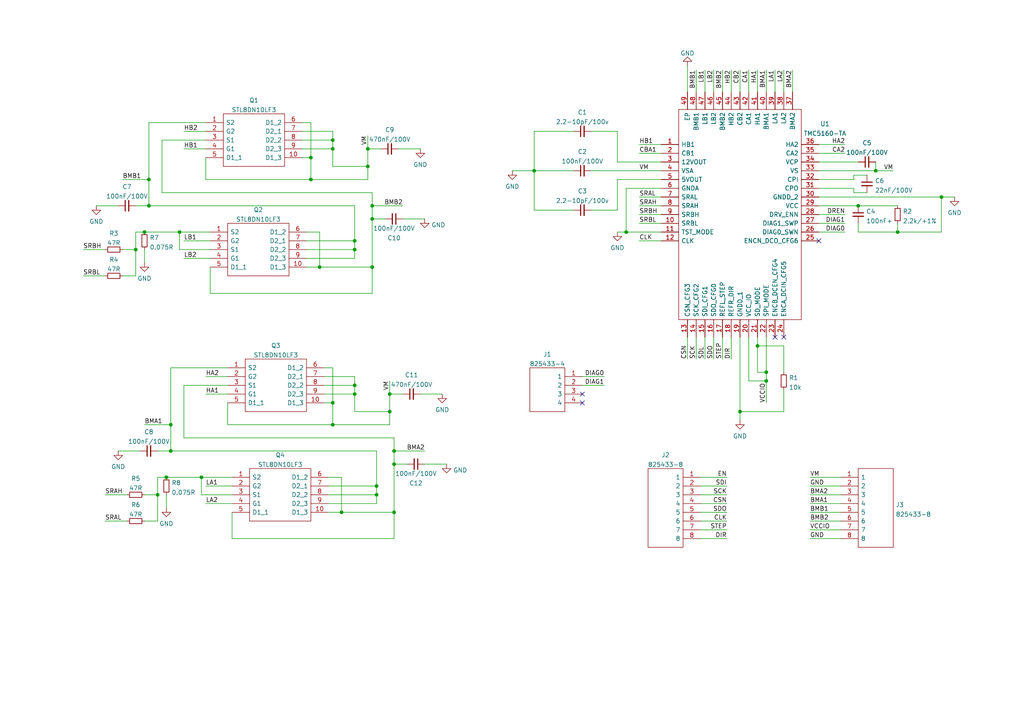
<source format=kicad_sch>
(kicad_sch (version 20211123) (generator eeschema)

  (uuid e63e39d7-6ac0-4ffd-8aa3-1841a4541b55)

  (paper "A4")

  (lib_symbols
    (symbol "825433-4:825433-4" (pin_names (offset 0.762)) (in_bom yes) (on_board yes)
      (property "Reference" "J" (id 0) (at 16.51 7.62 0)
        (effects (font (size 1.27 1.27)) (justify left))
      )
      (property "Value" "825433-4" (id 1) (at 16.51 5.08 0)
        (effects (font (size 1.27 1.27)) (justify left))
      )
      (property "Footprint" "HDRV4W63P0X254_1X4_1016X250X950P" (id 2) (at 16.51 2.54 0)
        (effects (font (size 1.27 1.27)) (justify left) hide)
      )
      (property "Datasheet" "https://componentsearchengine.com/Datasheets/2/825433-4.pdf" (id 3) (at 16.51 0 0)
        (effects (font (size 1.27 1.27)) (justify left) hide)
      )
      (property "Description" "AMP - TE CONNECTIVITY - 825433-4 - HEADER, 1ROW, 4WAY" (id 4) (at 16.51 -2.54 0)
        (effects (font (size 1.27 1.27)) (justify left) hide)
      )
      (property "Height" "9.5" (id 5) (at 16.51 -5.08 0)
        (effects (font (size 1.27 1.27)) (justify left) hide)
      )
      (property "Manufacturer_Name" "TE Connectivity" (id 6) (at 16.51 -7.62 0)
        (effects (font (size 1.27 1.27)) (justify left) hide)
      )
      (property "Manufacturer_Part_Number" "825433-4" (id 7) (at 16.51 -10.16 0)
        (effects (font (size 1.27 1.27)) (justify left) hide)
      )
      (property "Mouser Part Number" "571-825433-4" (id 8) (at 16.51 -12.7 0)
        (effects (font (size 1.27 1.27)) (justify left) hide)
      )
      (property "Mouser Price/Stock" "https://www.mouser.co.uk/ProductDetail/TE-Connectivity/825433-4?qs=Yxch5oR%2FTsPiAWTFEfZxnA%3D%3D" (id 9) (at 16.51 -15.24 0)
        (effects (font (size 1.27 1.27)) (justify left) hide)
      )
      (property "Arrow Part Number" "825433-4" (id 10) (at 16.51 -17.78 0)
        (effects (font (size 1.27 1.27)) (justify left) hide)
      )
      (property "Arrow Price/Stock" "https://www.arrow.com/en/products/825433-4/te-connectivity?region=europe" (id 11) (at 16.51 -20.32 0)
        (effects (font (size 1.27 1.27)) (justify left) hide)
      )
      (property "ki_description" "AMP - TE CONNECTIVITY - 825433-4 - HEADER, 1ROW, 4WAY" (id 12) (at 0 0 0)
        (effects (font (size 1.27 1.27)) hide)
      )
      (symbol "825433-4_0_0"
        (pin power_in line (at 0 0 0) (length 5.08)
          (name "1" (effects (font (size 1.27 1.27))))
          (number "1" (effects (font (size 1.27 1.27))))
        )
        (pin power_in line (at 0 -2.54 0) (length 5.08)
          (name "2" (effects (font (size 1.27 1.27))))
          (number "2" (effects (font (size 1.27 1.27))))
        )
        (pin input line (at 0 -5.08 0) (length 5.08)
          (name "3" (effects (font (size 1.27 1.27))))
          (number "3" (effects (font (size 1.27 1.27))))
        )
        (pin output line (at 0 -7.62 0) (length 5.08)
          (name "4" (effects (font (size 1.27 1.27))))
          (number "4" (effects (font (size 1.27 1.27))))
        )
      )
      (symbol "825433-4_0_1"
        (polyline
          (pts
            (xy 5.08 2.54)
            (xy 15.24 2.54)
            (xy 15.24 -10.16)
            (xy 5.08 -10.16)
            (xy 5.08 2.54)
          )
          (stroke (width 0.1524) (type default) (color 0 0 0 0))
          (fill (type none))
        )
      )
    )
    (symbol "825433-8:825433-8" (pin_names (offset 0.762)) (in_bom yes) (on_board yes)
      (property "Reference" "J" (id 0) (at 16.51 7.62 0)
        (effects (font (size 1.27 1.27)) (justify left))
      )
      (property "Value" "825433-8" (id 1) (at 16.51 5.08 0)
        (effects (font (size 1.27 1.27)) (justify left))
      )
      (property "Footprint" "HDRV8W63P0X254_1X8_2032X254X970P" (id 2) (at 16.51 2.54 0)
        (effects (font (size 1.27 1.27)) (justify left) hide)
      )
      (property "Datasheet" "https://componentsearchengine.com/Datasheets/1/825433-8.pdf" (id 3) (at 16.51 0 0)
        (effects (font (size 1.27 1.27)) (justify left) hide)
      )
      (property "Description" "Headers & Wire Housings 8P SINGLE ROW" (id 4) (at 16.51 -2.54 0)
        (effects (font (size 1.27 1.27)) (justify left) hide)
      )
      (property "Height" "9.7" (id 5) (at 16.51 -5.08 0)
        (effects (font (size 1.27 1.27)) (justify left) hide)
      )
      (property "Manufacturer_Name" "TE Connectivity" (id 6) (at 16.51 -7.62 0)
        (effects (font (size 1.27 1.27)) (justify left) hide)
      )
      (property "Manufacturer_Part_Number" "825433-8" (id 7) (at 16.51 -10.16 0)
        (effects (font (size 1.27 1.27)) (justify left) hide)
      )
      (property "Mouser Part Number" "571-825433-8" (id 8) (at 16.51 -12.7 0)
        (effects (font (size 1.27 1.27)) (justify left) hide)
      )
      (property "Mouser Price/Stock" "https://www.mouser.co.uk/ProductDetail/TE-Connectivity/825433-8?qs=Yxch5oR%2FTsO8ciaqmpUE0A%3D%3D" (id 9) (at 16.51 -15.24 0)
        (effects (font (size 1.27 1.27)) (justify left) hide)
      )
      (property "Arrow Part Number" "825433-8" (id 10) (at 16.51 -17.78 0)
        (effects (font (size 1.27 1.27)) (justify left) hide)
      )
      (property "Arrow Price/Stock" "https://www.arrow.com/en/products/825433-8/te-connectivity" (id 11) (at 16.51 -20.32 0)
        (effects (font (size 1.27 1.27)) (justify left) hide)
      )
      (property "ki_description" "Headers & Wire Housings 8P SINGLE ROW" (id 12) (at 0 0 0)
        (effects (font (size 1.27 1.27)) hide)
      )
      (symbol "825433-8_0_0"
        (pin passive line (at 0 0 0) (length 5.08)
          (name "1" (effects (font (size 1.27 1.27))))
          (number "1" (effects (font (size 1.27 1.27))))
        )
        (pin passive line (at 0 -2.54 0) (length 5.08)
          (name "2" (effects (font (size 1.27 1.27))))
          (number "2" (effects (font (size 1.27 1.27))))
        )
        (pin passive line (at 0 -5.08 0) (length 5.08)
          (name "3" (effects (font (size 1.27 1.27))))
          (number "3" (effects (font (size 1.27 1.27))))
        )
        (pin passive line (at 0 -7.62 0) (length 5.08)
          (name "4" (effects (font (size 1.27 1.27))))
          (number "4" (effects (font (size 1.27 1.27))))
        )
        (pin passive line (at 0 -10.16 0) (length 5.08)
          (name "5" (effects (font (size 1.27 1.27))))
          (number "5" (effects (font (size 1.27 1.27))))
        )
        (pin passive line (at 0 -12.7 0) (length 5.08)
          (name "6" (effects (font (size 1.27 1.27))))
          (number "6" (effects (font (size 1.27 1.27))))
        )
        (pin passive line (at 0 -15.24 0) (length 5.08)
          (name "7" (effects (font (size 1.27 1.27))))
          (number "7" (effects (font (size 1.27 1.27))))
        )
        (pin passive line (at 0 -17.78 0) (length 5.08)
          (name "8" (effects (font (size 1.27 1.27))))
          (number "8" (effects (font (size 1.27 1.27))))
        )
      )
      (symbol "825433-8_0_1"
        (polyline
          (pts
            (xy 5.08 2.54)
            (xy 15.24 2.54)
            (xy 15.24 -20.32)
            (xy 5.08 -20.32)
            (xy 5.08 2.54)
          )
          (stroke (width 0.1524) (type default) (color 0 0 0 0))
          (fill (type none))
        )
      )
    )
    (symbol "Device:C_Small" (pin_numbers hide) (pin_names (offset 0.254) hide) (in_bom yes) (on_board yes)
      (property "Reference" "C" (id 0) (at 0.254 1.778 0)
        (effects (font (size 1.27 1.27)) (justify left))
      )
      (property "Value" "C_Small" (id 1) (at 0.254 -2.032 0)
        (effects (font (size 1.27 1.27)) (justify left))
      )
      (property "Footprint" "" (id 2) (at 0 0 0)
        (effects (font (size 1.27 1.27)) hide)
      )
      (property "Datasheet" "~" (id 3) (at 0 0 0)
        (effects (font (size 1.27 1.27)) hide)
      )
      (property "ki_keywords" "capacitor cap" (id 4) (at 0 0 0)
        (effects (font (size 1.27 1.27)) hide)
      )
      (property "ki_description" "Unpolarized capacitor, small symbol" (id 5) (at 0 0 0)
        (effects (font (size 1.27 1.27)) hide)
      )
      (property "ki_fp_filters" "C_*" (id 6) (at 0 0 0)
        (effects (font (size 1.27 1.27)) hide)
      )
      (symbol "C_Small_0_1"
        (polyline
          (pts
            (xy -1.524 -0.508)
            (xy 1.524 -0.508)
          )
          (stroke (width 0.3302) (type default) (color 0 0 0 0))
          (fill (type none))
        )
        (polyline
          (pts
            (xy -1.524 0.508)
            (xy 1.524 0.508)
          )
          (stroke (width 0.3048) (type default) (color 0 0 0 0))
          (fill (type none))
        )
      )
      (symbol "C_Small_1_1"
        (pin passive line (at 0 2.54 270) (length 2.032)
          (name "~" (effects (font (size 1.27 1.27))))
          (number "1" (effects (font (size 1.27 1.27))))
        )
        (pin passive line (at 0 -2.54 90) (length 2.032)
          (name "~" (effects (font (size 1.27 1.27))))
          (number "2" (effects (font (size 1.27 1.27))))
        )
      )
    )
    (symbol "Device:R_Small" (pin_numbers hide) (pin_names (offset 0.254) hide) (in_bom yes) (on_board yes)
      (property "Reference" "R" (id 0) (at 0.762 0.508 0)
        (effects (font (size 1.27 1.27)) (justify left))
      )
      (property "Value" "R_Small" (id 1) (at 0.762 -1.016 0)
        (effects (font (size 1.27 1.27)) (justify left))
      )
      (property "Footprint" "" (id 2) (at 0 0 0)
        (effects (font (size 1.27 1.27)) hide)
      )
      (property "Datasheet" "~" (id 3) (at 0 0 0)
        (effects (font (size 1.27 1.27)) hide)
      )
      (property "ki_keywords" "R resistor" (id 4) (at 0 0 0)
        (effects (font (size 1.27 1.27)) hide)
      )
      (property "ki_description" "Resistor, small symbol" (id 5) (at 0 0 0)
        (effects (font (size 1.27 1.27)) hide)
      )
      (property "ki_fp_filters" "R_*" (id 6) (at 0 0 0)
        (effects (font (size 1.27 1.27)) hide)
      )
      (symbol "R_Small_0_1"
        (rectangle (start -0.762 1.778) (end 0.762 -1.778)
          (stroke (width 0.2032) (type default) (color 0 0 0 0))
          (fill (type none))
        )
      )
      (symbol "R_Small_1_1"
        (pin passive line (at 0 2.54 270) (length 0.762)
          (name "~" (effects (font (size 1.27 1.27))))
          (number "1" (effects (font (size 1.27 1.27))))
        )
        (pin passive line (at 0 -2.54 90) (length 0.762)
          (name "~" (effects (font (size 1.27 1.27))))
          (number "2" (effects (font (size 1.27 1.27))))
        )
      )
    )
    (symbol "STL8DN10LF3:STL8DN10LF3" (pin_names (offset 0.762)) (in_bom yes) (on_board yes)
      (property "Reference" "Q" (id 0) (at 24.13 7.62 0)
        (effects (font (size 1.27 1.27)) (justify left))
      )
      (property "Value" "STL8DN10LF3" (id 1) (at 24.13 5.08 0)
        (effects (font (size 1.27 1.27)) (justify left))
      )
      (property "Footprint" "STL50DN6F7" (id 2) (at 24.13 2.54 0)
        (effects (font (size 1.27 1.27)) (justify left) hide)
      )
      (property "Datasheet" "https://www.mouser.de/datasheet/2/389/dm00051677-1797639.pdf" (id 3) (at 24.13 0 0)
        (effects (font (size 1.27 1.27)) (justify left) hide)
      )
      (property "Description" "MOSFET Dual N-Ch 100V 7.8A 25mOhm STripFET III Automotive-grade dual N-channel 100 V, 25 m typ., 7.8 A STripFET F3 Power MOSFET in a PowerFLAT 5x6 DI" (id 4) (at 24.13 -2.54 0)
        (effects (font (size 1.27 1.27)) (justify left) hide)
      )
      (property "Height" "1" (id 5) (at 24.13 -5.08 0)
        (effects (font (size 1.27 1.27)) (justify left) hide)
      )
      (property "Manufacturer_Name" "STMicroelectronics" (id 6) (at 24.13 -7.62 0)
        (effects (font (size 1.27 1.27)) (justify left) hide)
      )
      (property "Manufacturer_Part_Number" "STL8DN10LF3" (id 7) (at 24.13 -10.16 0)
        (effects (font (size 1.27 1.27)) (justify left) hide)
      )
      (property "Mouser Part Number" "511-STL8DN10LF3" (id 8) (at 24.13 -12.7 0)
        (effects (font (size 1.27 1.27)) (justify left) hide)
      )
      (property "Mouser Price/Stock" "https://www.mouser.co.uk/ProductDetail/STMicroelectronics/STL8DN10LF3/?qs=gNDSiZmRJS8JluwScOQ3vQ%3D%3D" (id 9) (at 24.13 -15.24 0)
        (effects (font (size 1.27 1.27)) (justify left) hide)
      )
      (property "Arrow Part Number" "STL8DN10LF3" (id 10) (at 24.13 -17.78 0)
        (effects (font (size 1.27 1.27)) (justify left) hide)
      )
      (property "Arrow Price/Stock" "https://www.arrow.com/en/products/stl8dn10lf3/stmicroelectronics" (id 11) (at 24.13 -20.32 0)
        (effects (font (size 1.27 1.27)) (justify left) hide)
      )
      (property "ki_description" "MOSFET Dual N-Ch 100V 7.8A 25mOhm STripFET III Automotive-grade dual N-channel 100 V, 25 m typ., 7.8 A STripFET F3 Power MOSFET in a PowerFLAT 5x6 DI" (id 12) (at 0 0 0)
        (effects (font (size 1.27 1.27)) hide)
      )
      (symbol "STL8DN10LF3_0_0"
        (pin passive line (at 0 0 0) (length 5.08)
          (name "S2" (effects (font (size 1.27 1.27))))
          (number "1" (effects (font (size 1.27 1.27))))
        )
        (pin passive line (at 27.94 -10.16 180) (length 5.08)
          (name "D1_3" (effects (font (size 1.27 1.27))))
          (number "10" (effects (font (size 1.27 1.27))))
        )
        (pin passive line (at 0 -2.54 0) (length 5.08)
          (name "G2" (effects (font (size 1.27 1.27))))
          (number "2" (effects (font (size 1.27 1.27))))
        )
        (pin passive line (at 0 -5.08 0) (length 5.08)
          (name "S1" (effects (font (size 1.27 1.27))))
          (number "3" (effects (font (size 1.27 1.27))))
        )
        (pin passive line (at 0 -7.62 0) (length 5.08)
          (name "G1" (effects (font (size 1.27 1.27))))
          (number "4" (effects (font (size 1.27 1.27))))
        )
        (pin passive line (at 0 -10.16 0) (length 5.08)
          (name "D1_1" (effects (font (size 1.27 1.27))))
          (number "5" (effects (font (size 1.27 1.27))))
        )
        (pin passive line (at 27.94 0 180) (length 5.08)
          (name "D1_2" (effects (font (size 1.27 1.27))))
          (number "6" (effects (font (size 1.27 1.27))))
        )
        (pin passive line (at 27.94 -2.54 180) (length 5.08)
          (name "D2_1" (effects (font (size 1.27 1.27))))
          (number "7" (effects (font (size 1.27 1.27))))
        )
        (pin passive line (at 27.94 -5.08 180) (length 5.08)
          (name "D2_2" (effects (font (size 1.27 1.27))))
          (number "8" (effects (font (size 1.27 1.27))))
        )
        (pin passive line (at 27.94 -7.62 180) (length 5.08)
          (name "D2_3" (effects (font (size 1.27 1.27))))
          (number "9" (effects (font (size 1.27 1.27))))
        )
      )
      (symbol "STL8DN10LF3_0_1"
        (polyline
          (pts
            (xy 5.08 2.54)
            (xy 22.86 2.54)
            (xy 22.86 -12.7)
            (xy 5.08 -12.7)
            (xy 5.08 2.54)
          )
          (stroke (width 0.1524) (type default) (color 0 0 0 0))
          (fill (type none))
        )
      )
    )
    (symbol "TMC5160-TA:TMC5160-TA" (pin_names (offset 0.762)) (in_bom yes) (on_board yes)
      (property "Reference" "IC" (id 0) (at 41.91 15.24 0)
        (effects (font (size 1.27 1.27)) (justify left))
      )
      (property "Value" "TMC5160-TA" (id 1) (at 41.91 12.7 0)
        (effects (font (size 1.27 1.27)) (justify left))
      )
      (property "Footprint" "QFP50P900X900X120-49N" (id 2) (at 41.91 10.16 0)
        (effects (font (size 1.27 1.27)) (justify left) hide)
      )
      (property "Datasheet" "https://datasheet.datasheetarchive.com/originals/distributors/DKDS-40/47761.pdf" (id 3) (at 41.91 7.62 0)
        (effects (font (size 1.27 1.27)) (justify left) hide)
      )
      (property "Description" "TRINAMIC - TMC5160-TA - MOTOR DRIVER, STEPPER, TQFP-48" (id 4) (at 41.91 5.08 0)
        (effects (font (size 1.27 1.27)) (justify left) hide)
      )
      (property "Height" "1.2" (id 5) (at 41.91 2.54 0)
        (effects (font (size 1.27 1.27)) (justify left) hide)
      )
      (property "Manufacturer_Name" "TRINAMIC" (id 6) (at 41.91 0 0)
        (effects (font (size 1.27 1.27)) (justify left) hide)
      )
      (property "Manufacturer_Part_Number" "TMC5160-TA" (id 7) (at 41.91 -2.54 0)
        (effects (font (size 1.27 1.27)) (justify left) hide)
      )
      (property "Mouser Part Number" "" (id 8) (at 41.91 -5.08 0)
        (effects (font (size 1.27 1.27)) (justify left) hide)
      )
      (property "Mouser Price/Stock" "" (id 9) (at 41.91 -7.62 0)
        (effects (font (size 1.27 1.27)) (justify left) hide)
      )
      (property "Arrow Part Number" "" (id 10) (at 41.91 -10.16 0)
        (effects (font (size 1.27 1.27)) (justify left) hide)
      )
      (property "Arrow Price/Stock" "" (id 11) (at 41.91 -12.7 0)
        (effects (font (size 1.27 1.27)) (justify left) hide)
      )
      (property "ki_description" "TRINAMIC - TMC5160-TA - MOTOR DRIVER, STEPPER, TQFP-48" (id 12) (at 0 0 0)
        (effects (font (size 1.27 1.27)) hide)
      )
      (symbol "TMC5160-TA_0_0"
        (pin passive line (at 0 0 0) (length 5.08)
          (name "HB1" (effects (font (size 1.27 1.27))))
          (number "1" (effects (font (size 1.27 1.27))))
        )
        (pin passive line (at 0 -22.86 0) (length 5.08)
          (name "SRBL" (effects (font (size 1.27 1.27))))
          (number "10" (effects (font (size 1.27 1.27))))
        )
        (pin passive line (at 0 -25.4 0) (length 5.08)
          (name "TST_MODE" (effects (font (size 1.27 1.27))))
          (number "11" (effects (font (size 1.27 1.27))))
        )
        (pin passive line (at 0 -27.94 0) (length 5.08)
          (name "CLK" (effects (font (size 1.27 1.27))))
          (number "12" (effects (font (size 1.27 1.27))))
        )
        (pin passive line (at 7.62 -55.88 90) (length 5.08)
          (name "CSN_CFG3" (effects (font (size 1.27 1.27))))
          (number "13" (effects (font (size 1.27 1.27))))
        )
        (pin passive line (at 10.16 -55.88 90) (length 5.08)
          (name "SCK_CFG2" (effects (font (size 1.27 1.27))))
          (number "14" (effects (font (size 1.27 1.27))))
        )
        (pin passive line (at 12.7 -55.88 90) (length 5.08)
          (name "SDI_CFG1" (effects (font (size 1.27 1.27))))
          (number "15" (effects (font (size 1.27 1.27))))
        )
        (pin passive line (at 15.24 -55.88 90) (length 5.08)
          (name "SDO_CFG0" (effects (font (size 1.27 1.27))))
          (number "16" (effects (font (size 1.27 1.27))))
        )
        (pin passive line (at 17.78 -55.88 90) (length 5.08)
          (name "REFL_STEP" (effects (font (size 1.27 1.27))))
          (number "17" (effects (font (size 1.27 1.27))))
        )
        (pin passive line (at 20.32 -55.88 90) (length 5.08)
          (name "REFR_DIR" (effects (font (size 1.27 1.27))))
          (number "18" (effects (font (size 1.27 1.27))))
        )
        (pin passive line (at 22.86 -55.88 90) (length 5.08)
          (name "GNDD_1" (effects (font (size 1.27 1.27))))
          (number "19" (effects (font (size 1.27 1.27))))
        )
        (pin passive line (at 0 -2.54 0) (length 5.08)
          (name "CB1" (effects (font (size 1.27 1.27))))
          (number "2" (effects (font (size 1.27 1.27))))
        )
        (pin passive line (at 25.4 -55.88 90) (length 5.08)
          (name "VCC_IO" (effects (font (size 1.27 1.27))))
          (number "20" (effects (font (size 1.27 1.27))))
        )
        (pin passive line (at 27.94 -55.88 90) (length 5.08)
          (name "SD_MODE" (effects (font (size 1.27 1.27))))
          (number "21" (effects (font (size 1.27 1.27))))
        )
        (pin passive line (at 30.48 -55.88 90) (length 5.08)
          (name "SPI_MODE" (effects (font (size 1.27 1.27))))
          (number "22" (effects (font (size 1.27 1.27))))
        )
        (pin passive line (at 33.02 -55.88 90) (length 5.08)
          (name "ENCB_DCEN_CFG4" (effects (font (size 1.27 1.27))))
          (number "23" (effects (font (size 1.27 1.27))))
        )
        (pin passive line (at 35.56 -55.88 90) (length 5.08)
          (name "ENCA_DCIN_CFG5" (effects (font (size 1.27 1.27))))
          (number "24" (effects (font (size 1.27 1.27))))
        )
        (pin passive line (at 45.72 -27.94 180) (length 5.08)
          (name "ENCN_DCO_CFG6" (effects (font (size 1.27 1.27))))
          (number "25" (effects (font (size 1.27 1.27))))
        )
        (pin passive line (at 45.72 -25.4 180) (length 5.08)
          (name "DIAG0_SWN" (effects (font (size 1.27 1.27))))
          (number "26" (effects (font (size 1.27 1.27))))
        )
        (pin passive line (at 45.72 -22.86 180) (length 5.08)
          (name "DIAG1_SWP" (effects (font (size 1.27 1.27))))
          (number "27" (effects (font (size 1.27 1.27))))
        )
        (pin passive line (at 45.72 -20.32 180) (length 5.08)
          (name "DRV_ENN" (effects (font (size 1.27 1.27))))
          (number "28" (effects (font (size 1.27 1.27))))
        )
        (pin passive line (at 45.72 -17.78 180) (length 5.08)
          (name "VCC" (effects (font (size 1.27 1.27))))
          (number "29" (effects (font (size 1.27 1.27))))
        )
        (pin passive line (at 0 -5.08 0) (length 5.08)
          (name "12VOUT" (effects (font (size 1.27 1.27))))
          (number "3" (effects (font (size 1.27 1.27))))
        )
        (pin passive line (at 45.72 -15.24 180) (length 5.08)
          (name "GNDD_2" (effects (font (size 1.27 1.27))))
          (number "30" (effects (font (size 1.27 1.27))))
        )
        (pin passive line (at 45.72 -12.7 180) (length 5.08)
          (name "CPO" (effects (font (size 1.27 1.27))))
          (number "31" (effects (font (size 1.27 1.27))))
        )
        (pin passive line (at 45.72 -10.16 180) (length 5.08)
          (name "CPI" (effects (font (size 1.27 1.27))))
          (number "32" (effects (font (size 1.27 1.27))))
        )
        (pin passive line (at 45.72 -7.62 180) (length 5.08)
          (name "VS" (effects (font (size 1.27 1.27))))
          (number "33" (effects (font (size 1.27 1.27))))
        )
        (pin passive line (at 45.72 -5.08 180) (length 5.08)
          (name "VCP" (effects (font (size 1.27 1.27))))
          (number "34" (effects (font (size 1.27 1.27))))
        )
        (pin passive line (at 45.72 -2.54 180) (length 5.08)
          (name "CA2" (effects (font (size 1.27 1.27))))
          (number "35" (effects (font (size 1.27 1.27))))
        )
        (pin passive line (at 45.72 0 180) (length 5.08)
          (name "HA2" (effects (font (size 1.27 1.27))))
          (number "36" (effects (font (size 1.27 1.27))))
        )
        (pin passive line (at 38.1 15.24 270) (length 5.08)
          (name "BMA2" (effects (font (size 1.27 1.27))))
          (number "37" (effects (font (size 1.27 1.27))))
        )
        (pin passive line (at 35.56 15.24 270) (length 5.08)
          (name "LA2" (effects (font (size 1.27 1.27))))
          (number "38" (effects (font (size 1.27 1.27))))
        )
        (pin passive line (at 33.02 15.24 270) (length 5.08)
          (name "LA1" (effects (font (size 1.27 1.27))))
          (number "39" (effects (font (size 1.27 1.27))))
        )
        (pin passive line (at 0 -7.62 0) (length 5.08)
          (name "VSA" (effects (font (size 1.27 1.27))))
          (number "4" (effects (font (size 1.27 1.27))))
        )
        (pin passive line (at 30.48 15.24 270) (length 5.08)
          (name "BMA1" (effects (font (size 1.27 1.27))))
          (number "40" (effects (font (size 1.27 1.27))))
        )
        (pin passive line (at 27.94 15.24 270) (length 5.08)
          (name "HA1" (effects (font (size 1.27 1.27))))
          (number "41" (effects (font (size 1.27 1.27))))
        )
        (pin passive line (at 25.4 15.24 270) (length 5.08)
          (name "CA1" (effects (font (size 1.27 1.27))))
          (number "42" (effects (font (size 1.27 1.27))))
        )
        (pin passive line (at 22.86 15.24 270) (length 5.08)
          (name "CB2" (effects (font (size 1.27 1.27))))
          (number "43" (effects (font (size 1.27 1.27))))
        )
        (pin passive line (at 20.32 15.24 270) (length 5.08)
          (name "HB2" (effects (font (size 1.27 1.27))))
          (number "44" (effects (font (size 1.27 1.27))))
        )
        (pin passive line (at 17.78 15.24 270) (length 5.08)
          (name "BMB2" (effects (font (size 1.27 1.27))))
          (number "45" (effects (font (size 1.27 1.27))))
        )
        (pin passive line (at 15.24 15.24 270) (length 5.08)
          (name "LB2" (effects (font (size 1.27 1.27))))
          (number "46" (effects (font (size 1.27 1.27))))
        )
        (pin passive line (at 12.7 15.24 270) (length 5.08)
          (name "LB1" (effects (font (size 1.27 1.27))))
          (number "47" (effects (font (size 1.27 1.27))))
        )
        (pin passive line (at 10.16 15.24 270) (length 5.08)
          (name "BMB1" (effects (font (size 1.27 1.27))))
          (number "48" (effects (font (size 1.27 1.27))))
        )
        (pin passive line (at 7.62 15.24 270) (length 5.08)
          (name "EP" (effects (font (size 1.27 1.27))))
          (number "49" (effects (font (size 1.27 1.27))))
        )
        (pin passive line (at 0 -10.16 0) (length 5.08)
          (name "5VOUT" (effects (font (size 1.27 1.27))))
          (number "5" (effects (font (size 1.27 1.27))))
        )
        (pin passive line (at 0 -12.7 0) (length 5.08)
          (name "GNDA" (effects (font (size 1.27 1.27))))
          (number "6" (effects (font (size 1.27 1.27))))
        )
        (pin passive line (at 0 -15.24 0) (length 5.08)
          (name "SRAL" (effects (font (size 1.27 1.27))))
          (number "7" (effects (font (size 1.27 1.27))))
        )
        (pin passive line (at 0 -17.78 0) (length 5.08)
          (name "SRAH" (effects (font (size 1.27 1.27))))
          (number "8" (effects (font (size 1.27 1.27))))
        )
        (pin passive line (at 0 -20.32 0) (length 5.08)
          (name "SRBH" (effects (font (size 1.27 1.27))))
          (number "9" (effects (font (size 1.27 1.27))))
        )
      )
      (symbol "TMC5160-TA_0_1"
        (polyline
          (pts
            (xy 5.08 10.16)
            (xy 40.64 10.16)
            (xy 40.64 -50.8)
            (xy 5.08 -50.8)
            (xy 5.08 10.16)
          )
          (stroke (width 0.1524) (type default) (color 0 0 0 0))
          (fill (type none))
        )
      )
    )
    (symbol "power:GND" (power) (pin_names (offset 0)) (in_bom yes) (on_board yes)
      (property "Reference" "#PWR" (id 0) (at 0 -6.35 0)
        (effects (font (size 1.27 1.27)) hide)
      )
      (property "Value" "GND" (id 1) (at 0 -3.81 0)
        (effects (font (size 1.27 1.27)))
      )
      (property "Footprint" "" (id 2) (at 0 0 0)
        (effects (font (size 1.27 1.27)) hide)
      )
      (property "Datasheet" "" (id 3) (at 0 0 0)
        (effects (font (size 1.27 1.27)) hide)
      )
      (property "ki_keywords" "power-flag" (id 4) (at 0 0 0)
        (effects (font (size 1.27 1.27)) hide)
      )
      (property "ki_description" "Power symbol creates a global label with name \"GND\" , ground" (id 5) (at 0 0 0)
        (effects (font (size 1.27 1.27)) hide)
      )
      (symbol "GND_0_1"
        (polyline
          (pts
            (xy 0 0)
            (xy 0 -1.27)
            (xy 1.27 -1.27)
            (xy 0 -2.54)
            (xy -1.27 -1.27)
            (xy 0 -1.27)
          )
          (stroke (width 0) (type default) (color 0 0 0 0))
          (fill (type none))
        )
      )
      (symbol "GND_1_1"
        (pin power_in line (at 0 0 270) (length 0) hide
          (name "GND" (effects (font (size 1.27 1.27))))
          (number "1" (effects (font (size 1.27 1.27))))
        )
      )
    )
  )

  (junction (at 107.95 63.5) (diameter 0) (color 0 0 0 0)
    (uuid 09e69346-4e8f-43ec-ad00-71b24c4aecf7)
  )
  (junction (at 96.52 43.18) (diameter 0) (color 0 0 0 0)
    (uuid 0b5040aa-1c64-4144-acd0-d78d18bc3c75)
  )
  (junction (at 49.53 123.19) (diameter 0) (color 0 0 0 0)
    (uuid 0f377045-eca1-4343-950e-b06072bd56cd)
  )
  (junction (at 96.52 40.64) (diameter 0) (color 0 0 0 0)
    (uuid 12d249dc-db24-4481-9162-9a9b1bd78131)
  )
  (junction (at 107.95 77.47) (diameter 0) (color 0 0 0 0)
    (uuid 167f682d-71b5-4b0a-b014-62e2bb2d7294)
  )
  (junction (at 39.37 72.39) (diameter 0) (color 0 0 0 0)
    (uuid 19bf0d92-349d-4438-bb7b-fddb239892e9)
  )
  (junction (at 214.63 119.38) (diameter 0) (color 0 0 0 0)
    (uuid 1f574c4a-7bea-4342-a70d-53c024bea1bb)
  )
  (junction (at 102.87 72.39) (diameter 0) (color 0 0 0 0)
    (uuid 28685149-e3ac-4d6c-972f-6fd5853cbf18)
  )
  (junction (at 248.92 59.69) (diameter 0) (color 0 0 0 0)
    (uuid 2ad216c6-2db7-4a0f-8432-5f93f9a788bb)
  )
  (junction (at 106.68 48.26) (diameter 0) (color 0 0 0 0)
    (uuid 2e439389-9a00-447a-b4ed-570ab062f0c1)
  )
  (junction (at 58.42 138.43) (diameter 0) (color 0 0 0 0)
    (uuid 3a81ed97-8b6e-4a4c-af1c-d1766338bbed)
  )
  (junction (at 99.06 148.59) (diameter 0) (color 0 0 0 0)
    (uuid 46e623f8-eba5-46d2-8e1d-a9d1619543d1)
  )
  (junction (at 114.3 134.62) (diameter 0) (color 0 0 0 0)
    (uuid 47ec4e3c-cb28-45da-bf82-cc45f979e7a9)
  )
  (junction (at 106.68 43.18) (diameter 0) (color 0 0 0 0)
    (uuid 495bd903-e4cc-48a6-bb0f-d78ff55ea0d0)
  )
  (junction (at 107.95 59.69) (diameter 0) (color 0 0 0 0)
    (uuid 4d5cf52c-d66d-44f6-a281-71ef58be6157)
  )
  (junction (at 102.87 111.76) (diameter 0) (color 0 0 0 0)
    (uuid 5fff2476-5b4e-41fe-8953-a0d76b7073aa)
  )
  (junction (at 48.26 138.43) (diameter 0) (color 0 0 0 0)
    (uuid 604aa588-5007-49bf-aabb-e455b1817993)
  )
  (junction (at 102.87 69.85) (diameter 0) (color 0 0 0 0)
    (uuid 60aed896-f49d-4739-86bb-54f3aabd72e6)
  )
  (junction (at 219.71 100.33) (diameter 0) (color 0 0 0 0)
    (uuid 660094a2-88ec-429f-af2c-fb6361d5e223)
  )
  (junction (at 92.71 77.47) (diameter 0) (color 0 0 0 0)
    (uuid 6c9b7904-35e9-4556-83cd-d921dd2212ea)
  )
  (junction (at 222.25 110.49) (diameter 0) (color 0 0 0 0)
    (uuid 6f1de1e6-edfc-424b-b106-67f8c112e6a9)
  )
  (junction (at 114.3 148.59) (diameter 0) (color 0 0 0 0)
    (uuid 73b55e27-e6b1-474a-ab8c-20d752e53419)
  )
  (junction (at 90.17 52.07) (diameter 0) (color 0 0 0 0)
    (uuid 74fe0ecb-dd50-493c-a8bc-fb2d7302b041)
  )
  (junction (at 254 49.53) (diameter 0) (color 0 0 0 0)
    (uuid 78461839-2d1f-4588-9017-cb11c11ea5e9)
  )
  (junction (at 49.53 130.81) (diameter 0) (color 0 0 0 0)
    (uuid 79b6728c-e00c-429f-8d5b-9393f54b03a8)
  )
  (junction (at 114.3 130.81) (diameter 0) (color 0 0 0 0)
    (uuid 9664c8f8-5654-41ce-a1b9-21c4ce9550cf)
  )
  (junction (at 96.52 116.84) (diameter 0) (color 0 0 0 0)
    (uuid 9daeca79-1505-48f7-9c26-1fe3f9681447)
  )
  (junction (at 52.07 67.31) (diameter 0) (color 0 0 0 0)
    (uuid 9f7ec87a-da6e-4f84-863f-bd41a0cee5a9)
  )
  (junction (at 260.35 67.31) (diameter 0) (color 0 0 0 0)
    (uuid a0e305bf-0f7c-4b06-91a7-668d2b8a1d90)
  )
  (junction (at 113.03 119.38) (diameter 0) (color 0 0 0 0)
    (uuid a314023a-160d-4ed2-8398-04fc5e2c6911)
  )
  (junction (at 43.18 59.69) (diameter 0) (color 0 0 0 0)
    (uuid a3f2572f-591c-47da-b0f3-6c36a1282a7e)
  )
  (junction (at 181.61 67.31) (diameter 0) (color 0 0 0 0)
    (uuid b1864c1e-d708-41a4-9037-50b994ca397b)
  )
  (junction (at 154.94 49.53) (diameter 0) (color 0 0 0 0)
    (uuid b35ffadc-d09f-450c-b537-48af579bbe04)
  )
  (junction (at 222.25 107.95) (diameter 0) (color 0 0 0 0)
    (uuid c3912d36-e971-48e2-ae1b-dd6e95b894e2)
  )
  (junction (at 102.87 114.3) (diameter 0) (color 0 0 0 0)
    (uuid c8762657-1afe-4da1-80c1-058bcc99e3dc)
  )
  (junction (at 113.03 114.3) (diameter 0) (color 0 0 0 0)
    (uuid c9696f40-cb01-42d5-a30f-d9ef8f4c538d)
  )
  (junction (at 109.22 143.51) (diameter 0) (color 0 0 0 0)
    (uuid cc9d6123-2a36-46bb-b4fb-98a3050cec41)
  )
  (junction (at 90.17 45.72) (diameter 0) (color 0 0 0 0)
    (uuid d605a8df-8393-4fac-ae73-8f740ecc61fc)
  )
  (junction (at 41.91 67.31) (diameter 0) (color 0 0 0 0)
    (uuid e7f46299-bedc-44aa-8efe-c63057660f6e)
  )
  (junction (at 96.52 123.19) (diameter 0) (color 0 0 0 0)
    (uuid ea2e7c61-2fb8-44ff-9263-facbd3655a1b)
  )
  (junction (at 45.72 143.51) (diameter 0) (color 0 0 0 0)
    (uuid ecd68f3a-5ef9-4ff9-b2e7-be56260cd544)
  )
  (junction (at 109.22 140.97) (diameter 0) (color 0 0 0 0)
    (uuid f398d991-d33d-411b-8317-3c8109f44bc0)
  )
  (junction (at 43.18 52.07) (diameter 0) (color 0 0 0 0)
    (uuid f3b0f807-60e3-4725-8202-e6b943c32f6f)
  )
  (junction (at 273.05 57.15) (diameter 0) (color 0 0 0 0)
    (uuid f7f52d38-8d63-435e-b43e-0cc137fc3572)
  )

  (no_connect (at 224.79 97.79) (uuid 2bbc9cfc-837c-488f-8790-4bbfc028722a))
  (no_connect (at 227.33 97.79) (uuid 2bbc9cfc-837c-488f-8790-4bbfc028722b))
  (no_connect (at 237.49 69.85) (uuid 2bbc9cfc-837c-488f-8790-4bbfc028722c))
  (no_connect (at 168.91 114.3) (uuid 8179972e-301f-4ff0-8075-e07c83b6480b))
  (no_connect (at 168.91 116.84) (uuid 8179972e-301f-4ff0-8075-e07c83b6480c))

  (wire (pts (xy 191.77 52.07) (xy 179.07 52.07))
    (stroke (width 0) (type default) (color 0 0 0 0))
    (uuid 0166e2a2-01d6-495e-905a-0d4a16f46f0e)
  )
  (wire (pts (xy 66.04 123.19) (xy 96.52 123.19))
    (stroke (width 0) (type default) (color 0 0 0 0))
    (uuid 01964911-3dc2-495f-ba13-74b5dc7edf7b)
  )
  (wire (pts (xy 35.56 52.07) (xy 43.18 52.07))
    (stroke (width 0) (type default) (color 0 0 0 0))
    (uuid 0224975e-b1a9-4194-a3bd-4cb84f5c1e4d)
  )
  (wire (pts (xy 179.07 46.99) (xy 179.07 38.1))
    (stroke (width 0) (type default) (color 0 0 0 0))
    (uuid 02aef15a-3b4b-4b17-be28-8c4039186801)
  )
  (wire (pts (xy 237.49 59.69) (xy 248.92 59.69))
    (stroke (width 0) (type default) (color 0 0 0 0))
    (uuid 02cef55d-3096-492f-8b77-b4606e3b6b8b)
  )
  (wire (pts (xy 99.06 148.59) (xy 114.3 148.59))
    (stroke (width 0) (type default) (color 0 0 0 0))
    (uuid 03676ae5-2025-4fb6-ba75-2a82044591be)
  )
  (wire (pts (xy 201.93 20.32) (xy 201.93 26.67))
    (stroke (width 0) (type default) (color 0 0 0 0))
    (uuid 048cf040-26a0-4abf-b48c-ce8f290a6c4a)
  )
  (wire (pts (xy 96.52 116.84) (xy 96.52 123.19))
    (stroke (width 0) (type default) (color 0 0 0 0))
    (uuid 050f60c3-e608-4f64-a4ae-af3ba4f2609d)
  )
  (wire (pts (xy 45.72 143.51) (xy 41.91 143.51))
    (stroke (width 0) (type default) (color 0 0 0 0))
    (uuid 053c3775-e7f2-462d-b12f-463c3c71958f)
  )
  (wire (pts (xy 129.54 134.62) (xy 123.19 134.62))
    (stroke (width 0) (type default) (color 0 0 0 0))
    (uuid 0610f93a-435d-4b42-bf27-f23ff46c8224)
  )
  (wire (pts (xy 234.95 151.13) (xy 243.84 151.13))
    (stroke (width 0) (type default) (color 0 0 0 0))
    (uuid 0693e5d1-ced2-489b-91f3-1e37a1ea45ab)
  )
  (wire (pts (xy 92.71 77.47) (xy 107.95 77.47))
    (stroke (width 0) (type default) (color 0 0 0 0))
    (uuid 07092563-2b81-45c9-9326-252315cb4ba4)
  )
  (wire (pts (xy 45.72 130.81) (xy 49.53 130.81))
    (stroke (width 0) (type default) (color 0 0 0 0))
    (uuid 09fde5db-ed97-4333-bd10-b2835db0ca59)
  )
  (wire (pts (xy 41.91 72.39) (xy 41.91 76.2))
    (stroke (width 0) (type default) (color 0 0 0 0))
    (uuid 0b38358f-bee6-413b-8e80-a7b0be149eec)
  )
  (wire (pts (xy 254 49.53) (xy 259.08 49.53))
    (stroke (width 0) (type default) (color 0 0 0 0))
    (uuid 0be38779-2915-456c-b437-026fe0548bea)
  )
  (wire (pts (xy 106.68 48.26) (xy 106.68 52.07))
    (stroke (width 0) (type default) (color 0 0 0 0))
    (uuid 0ca205cd-3577-48b7-b3fb-13220321ce9f)
  )
  (wire (pts (xy 109.22 130.81) (xy 109.22 140.97))
    (stroke (width 0) (type default) (color 0 0 0 0))
    (uuid 0cec3125-2065-4abb-a018-b7c74b6f5ece)
  )
  (wire (pts (xy 49.53 123.19) (xy 49.53 130.81))
    (stroke (width 0) (type default) (color 0 0 0 0))
    (uuid 0e00322c-267a-44d9-af6b-e3878833cbbf)
  )
  (wire (pts (xy 90.17 45.72) (xy 87.63 45.72))
    (stroke (width 0) (type default) (color 0 0 0 0))
    (uuid 102d9c80-5646-4696-92fd-f7235c1564f9)
  )
  (wire (pts (xy 248.92 59.69) (xy 260.35 59.69))
    (stroke (width 0) (type default) (color 0 0 0 0))
    (uuid 10dde3bf-48d6-4919-9b7a-68f298261acd)
  )
  (wire (pts (xy 219.71 100.33) (xy 219.71 97.79))
    (stroke (width 0) (type default) (color 0 0 0 0))
    (uuid 117b3cc1-5e7e-4d6d-81a2-0709c49d37ad)
  )
  (wire (pts (xy 59.69 114.3) (xy 66.04 114.3))
    (stroke (width 0) (type default) (color 0 0 0 0))
    (uuid 1346f28f-144a-44ed-b48d-2824cdc6cff7)
  )
  (wire (pts (xy 251.46 55.88) (xy 247.65 55.88))
    (stroke (width 0) (type default) (color 0 0 0 0))
    (uuid 14f47960-fc7b-4509-8357-c30ee3c5e607)
  )
  (wire (pts (xy 217.17 20.32) (xy 217.17 26.67))
    (stroke (width 0) (type default) (color 0 0 0 0))
    (uuid 15330b9d-2a5a-4af5-a8c7-b81c10daa2c1)
  )
  (wire (pts (xy 59.69 109.22) (xy 66.04 109.22))
    (stroke (width 0) (type default) (color 0 0 0 0))
    (uuid 15db5976-6f9f-4d18-bff2-c2e6bfe502a4)
  )
  (wire (pts (xy 199.39 97.79) (xy 199.39 104.14))
    (stroke (width 0) (type default) (color 0 0 0 0))
    (uuid 16829646-3327-47ca-9dce-3fe40c411f02)
  )
  (wire (pts (xy 107.95 59.69) (xy 107.95 63.5))
    (stroke (width 0) (type default) (color 0 0 0 0))
    (uuid 18f097d3-e93f-4ccb-beac-34676b91db53)
  )
  (wire (pts (xy 179.07 52.07) (xy 179.07 60.96))
    (stroke (width 0) (type default) (color 0 0 0 0))
    (uuid 199d3a12-ead6-4e1c-ae27-900057bb31bc)
  )
  (wire (pts (xy 237.49 67.31) (xy 245.11 67.31))
    (stroke (width 0) (type default) (color 0 0 0 0))
    (uuid 19df2e56-fa8e-4eda-9130-81ffc84e4225)
  )
  (wire (pts (xy 234.95 146.05) (xy 243.84 146.05))
    (stroke (width 0) (type default) (color 0 0 0 0))
    (uuid 1d03d47f-3e18-4a06-b478-3ab0de4e2953)
  )
  (wire (pts (xy 88.9 77.47) (xy 92.71 77.47))
    (stroke (width 0) (type default) (color 0 0 0 0))
    (uuid 21a6d023-d86b-412d-9dd7-addf27b9fa11)
  )
  (wire (pts (xy 109.22 146.05) (xy 95.25 146.05))
    (stroke (width 0) (type default) (color 0 0 0 0))
    (uuid 225dc83a-a686-4a92-a7db-1792671d873f)
  )
  (wire (pts (xy 114.3 130.81) (xy 114.3 134.62))
    (stroke (width 0) (type default) (color 0 0 0 0))
    (uuid 22a2ef78-e08a-4317-bb21-4ec8f15719df)
  )
  (wire (pts (xy 179.07 67.31) (xy 181.61 67.31))
    (stroke (width 0) (type default) (color 0 0 0 0))
    (uuid 23f7d7ec-cf1d-4df4-bdae-6d935d8f45fb)
  )
  (wire (pts (xy 203.2 151.13) (xy 210.82 151.13))
    (stroke (width 0) (type default) (color 0 0 0 0))
    (uuid 23fd2686-a60e-433b-99ba-6f6958b754f9)
  )
  (wire (pts (xy 96.52 40.64) (xy 96.52 38.1))
    (stroke (width 0) (type default) (color 0 0 0 0))
    (uuid 244756f2-72fb-4488-9093-d1349ad6edee)
  )
  (wire (pts (xy 185.42 64.77) (xy 191.77 64.77))
    (stroke (width 0) (type default) (color 0 0 0 0))
    (uuid 244f84f3-c686-4d56-b7b9-6c9a7bfc6be2)
  )
  (wire (pts (xy 106.68 43.18) (xy 106.68 48.26))
    (stroke (width 0) (type default) (color 0 0 0 0))
    (uuid 247050be-5e61-4184-b244-b457b5f8ae7c)
  )
  (wire (pts (xy 96.52 106.68) (xy 96.52 116.84))
    (stroke (width 0) (type default) (color 0 0 0 0))
    (uuid 27de9558-8d48-4f11-a6a0-594572de3b4e)
  )
  (wire (pts (xy 96.52 43.18) (xy 96.52 40.64))
    (stroke (width 0) (type default) (color 0 0 0 0))
    (uuid 2b0ef19a-ecff-493b-9125-33a6434e5a20)
  )
  (wire (pts (xy 248.92 67.31) (xy 260.35 67.31))
    (stroke (width 0) (type default) (color 0 0 0 0))
    (uuid 2b629f77-920b-4685-959f-c4f21e53853f)
  )
  (wire (pts (xy 219.71 100.33) (xy 227.33 100.33))
    (stroke (width 0) (type default) (color 0 0 0 0))
    (uuid 2d179d62-adbb-47af-8657-5d627db6aeac)
  )
  (wire (pts (xy 102.87 114.3) (xy 102.87 119.38))
    (stroke (width 0) (type default) (color 0 0 0 0))
    (uuid 2f4b22d5-95c1-4832-af7f-daed58086189)
  )
  (wire (pts (xy 113.03 114.3) (xy 116.84 114.3))
    (stroke (width 0) (type default) (color 0 0 0 0))
    (uuid 3272a9a4-c6c3-42a3-90a2-b556acf0f901)
  )
  (wire (pts (xy 60.96 72.39) (xy 52.07 72.39))
    (stroke (width 0) (type default) (color 0 0 0 0))
    (uuid 328024b8-a3d6-40f7-a2f6-7b2a539daf3d)
  )
  (wire (pts (xy 114.3 134.62) (xy 114.3 148.59))
    (stroke (width 0) (type default) (color 0 0 0 0))
    (uuid 33a2991e-f525-48ea-bdc9-3bd068d2068c)
  )
  (wire (pts (xy 59.69 52.07) (xy 90.17 52.07))
    (stroke (width 0) (type default) (color 0 0 0 0))
    (uuid 34f945ed-56f4-48e3-b594-7e2c60c7b635)
  )
  (wire (pts (xy 43.18 59.69) (xy 102.87 59.69))
    (stroke (width 0) (type default) (color 0 0 0 0))
    (uuid 3527bfb2-3c75-4e8f-9700-e966f21b7011)
  )
  (wire (pts (xy 237.49 57.15) (xy 273.05 57.15))
    (stroke (width 0) (type default) (color 0 0 0 0))
    (uuid 3566e61a-983d-4663-9aed-6baef5e9663b)
  )
  (wire (pts (xy 219.71 20.32) (xy 219.71 26.67))
    (stroke (width 0) (type default) (color 0 0 0 0))
    (uuid 35caa6c2-0680-486a-9358-d280ae27954a)
  )
  (wire (pts (xy 154.94 60.96) (xy 154.94 49.53))
    (stroke (width 0) (type default) (color 0 0 0 0))
    (uuid 36223509-b32f-4665-a2b5-7256b611d07f)
  )
  (wire (pts (xy 87.63 43.18) (xy 96.52 43.18))
    (stroke (width 0) (type default) (color 0 0 0 0))
    (uuid 37482c6d-abb5-4cc6-aa39-0bb15c0c2102)
  )
  (wire (pts (xy 222.25 110.49) (xy 217.17 110.49))
    (stroke (width 0) (type default) (color 0 0 0 0))
    (uuid 38bd0af3-8db1-4eda-9f90-e39d1007b8ef)
  )
  (wire (pts (xy 59.69 52.07) (xy 59.69 45.72))
    (stroke (width 0) (type default) (color 0 0 0 0))
    (uuid 3a2f1141-12dc-4f18-88ea-afb6fb39c578)
  )
  (wire (pts (xy 45.72 138.43) (xy 45.72 143.51))
    (stroke (width 0) (type default) (color 0 0 0 0))
    (uuid 3a60941a-7af2-4469-9803-0dd9cd996c3a)
  )
  (wire (pts (xy 185.42 41.91) (xy 191.77 41.91))
    (stroke (width 0) (type default) (color 0 0 0 0))
    (uuid 3b9c7b95-a6f8-43c7-8c24-a32eacc18cc2)
  )
  (wire (pts (xy 204.47 97.79) (xy 204.47 104.14))
    (stroke (width 0) (type default) (color 0 0 0 0))
    (uuid 3c170677-0d29-464d-b7b5-73b3adc2433e)
  )
  (wire (pts (xy 48.26 143.51) (xy 48.26 147.32))
    (stroke (width 0) (type default) (color 0 0 0 0))
    (uuid 3f4ada52-63b8-48a9-9c7f-9ea8bedfbb08)
  )
  (wire (pts (xy 53.34 69.85) (xy 60.96 69.85))
    (stroke (width 0) (type default) (color 0 0 0 0))
    (uuid 41e600eb-436b-40cb-97a1-2566667545b4)
  )
  (wire (pts (xy 113.03 119.38) (xy 113.03 123.19))
    (stroke (width 0) (type default) (color 0 0 0 0))
    (uuid 42bec45c-a0b4-46cc-8ecf-5dcd6c2bd231)
  )
  (wire (pts (xy 59.69 40.64) (xy 46.99 40.64))
    (stroke (width 0) (type default) (color 0 0 0 0))
    (uuid 47372aa9-0316-4345-be3f-2f74fbe5090e)
  )
  (wire (pts (xy 49.53 130.81) (xy 109.22 130.81))
    (stroke (width 0) (type default) (color 0 0 0 0))
    (uuid 49258c9a-19fc-4878-8af6-4d148b350033)
  )
  (wire (pts (xy 67.31 156.21) (xy 67.31 148.59))
    (stroke (width 0) (type default) (color 0 0 0 0))
    (uuid 49651e83-87a2-4475-bba2-6560a70a4484)
  )
  (wire (pts (xy 45.72 151.13) (xy 41.91 151.13))
    (stroke (width 0) (type default) (color 0 0 0 0))
    (uuid 4a8a30b9-551e-4409-afe3-786e576f0931)
  )
  (wire (pts (xy 114.3 148.59) (xy 114.3 156.21))
    (stroke (width 0) (type default) (color 0 0 0 0))
    (uuid 4b112b9f-bff4-458e-aacc-35837e6dcb29)
  )
  (wire (pts (xy 49.53 106.68) (xy 49.53 123.19))
    (stroke (width 0) (type default) (color 0 0 0 0))
    (uuid 4b5888a6-56de-4154-af4b-0e439db4a7d3)
  )
  (wire (pts (xy 237.49 41.91) (xy 245.11 41.91))
    (stroke (width 0) (type default) (color 0 0 0 0))
    (uuid 4b980d1a-9f21-4097-8723-5c611d568746)
  )
  (wire (pts (xy 46.99 55.88) (xy 107.95 55.88))
    (stroke (width 0) (type default) (color 0 0 0 0))
    (uuid 4eb52c83-8aff-4974-abbd-4cf554fbef62)
  )
  (wire (pts (xy 43.18 35.56) (xy 43.18 52.07))
    (stroke (width 0) (type default) (color 0 0 0 0))
    (uuid 50323af7-8978-4ca9-89a6-f6feeef2ccb5)
  )
  (wire (pts (xy 227.33 119.38) (xy 214.63 119.38))
    (stroke (width 0) (type default) (color 0 0 0 0))
    (uuid 51cb84dd-f16a-4f32-99e9-c2c496aede29)
  )
  (wire (pts (xy 41.91 67.31) (xy 39.37 67.31))
    (stroke (width 0) (type default) (color 0 0 0 0))
    (uuid 523cede8-760e-4ccc-8e9e-b02b2b8a3e28)
  )
  (wire (pts (xy 95.25 140.97) (xy 109.22 140.97))
    (stroke (width 0) (type default) (color 0 0 0 0))
    (uuid 52e58bc0-f4ae-4bd4-b188-21946e5c8237)
  )
  (wire (pts (xy 273.05 57.15) (xy 276.86 57.15))
    (stroke (width 0) (type default) (color 0 0 0 0))
    (uuid 53e8854a-d95f-4ecc-a5cc-264418ad31ee)
  )
  (wire (pts (xy 102.87 119.38) (xy 113.03 119.38))
    (stroke (width 0) (type default) (color 0 0 0 0))
    (uuid 55efa7b9-6373-49ab-b8d7-6da0243acc3c)
  )
  (wire (pts (xy 204.47 20.32) (xy 204.47 26.67))
    (stroke (width 0) (type default) (color 0 0 0 0))
    (uuid 56df08de-b06a-45fe-b183-877e6e32c3b0)
  )
  (wire (pts (xy 154.94 60.96) (xy 166.37 60.96))
    (stroke (width 0) (type default) (color 0 0 0 0))
    (uuid 581ee7f6-3e5b-4e8a-8357-2eeca9f5e4c4)
  )
  (wire (pts (xy 45.72 143.51) (xy 45.72 151.13))
    (stroke (width 0) (type default) (color 0 0 0 0))
    (uuid 5979569f-4448-4201-823f-2e862e18f8dd)
  )
  (wire (pts (xy 234.95 148.59) (xy 243.84 148.59))
    (stroke (width 0) (type default) (color 0 0 0 0))
    (uuid 5aceef18-bbea-4818-a6f3-5e63b3f09da5)
  )
  (wire (pts (xy 59.69 146.05) (xy 67.31 146.05))
    (stroke (width 0) (type default) (color 0 0 0 0))
    (uuid 5af1b4e2-4a9c-4119-8c6b-6743062ebabd)
  )
  (wire (pts (xy 30.48 143.51) (xy 36.83 143.51))
    (stroke (width 0) (type default) (color 0 0 0 0))
    (uuid 5b94a5c7-9b93-412c-836a-1d8d9d4cd9f7)
  )
  (wire (pts (xy 191.77 46.99) (xy 179.07 46.99))
    (stroke (width 0) (type default) (color 0 0 0 0))
    (uuid 5e327139-25ff-442b-9c79-781bb04dfe9f)
  )
  (wire (pts (xy 168.91 109.22) (xy 175.26 109.22))
    (stroke (width 0) (type default) (color 0 0 0 0))
    (uuid 623108c6-b6a6-435c-af52-a4b7fcbf3911)
  )
  (wire (pts (xy 168.91 111.76) (xy 175.26 111.76))
    (stroke (width 0) (type default) (color 0 0 0 0))
    (uuid 624d5d1d-8d46-4979-8763-7a7c6382b7ab)
  )
  (wire (pts (xy 203.2 148.59) (xy 210.82 148.59))
    (stroke (width 0) (type default) (color 0 0 0 0))
    (uuid 627f1e4c-b903-4b7c-ab9a-9523229fb074)
  )
  (wire (pts (xy 92.71 67.31) (xy 92.71 77.47))
    (stroke (width 0) (type default) (color 0 0 0 0))
    (uuid 631ba2a1-f42d-4d59-aa86-05d9e7a3c1e4)
  )
  (wire (pts (xy 254 46.99) (xy 254 49.53))
    (stroke (width 0) (type default) (color 0 0 0 0))
    (uuid 6382f0f3-8d24-450e-9900-cf75a39934ff)
  )
  (wire (pts (xy 93.98 111.76) (xy 102.87 111.76))
    (stroke (width 0) (type default) (color 0 0 0 0))
    (uuid 63f282ba-fb54-49bf-babb-d2d134dc43f9)
  )
  (wire (pts (xy 90.17 52.07) (xy 106.68 52.07))
    (stroke (width 0) (type default) (color 0 0 0 0))
    (uuid 6512b794-4580-4731-9606-7d72049e54fd)
  )
  (wire (pts (xy 58.42 143.51) (xy 58.42 138.43))
    (stroke (width 0) (type default) (color 0 0 0 0))
    (uuid 6612b0ed-915f-4058-a44d-eca204acb987)
  )
  (wire (pts (xy 39.37 59.69) (xy 43.18 59.69))
    (stroke (width 0) (type default) (color 0 0 0 0))
    (uuid 66e1f827-ef61-4394-942c-e03931cfb62c)
  )
  (wire (pts (xy 96.52 123.19) (xy 113.03 123.19))
    (stroke (width 0) (type default) (color 0 0 0 0))
    (uuid 674a5c92-84a5-466d-9bc9-173b687300be)
  )
  (wire (pts (xy 199.39 19.05) (xy 199.39 26.67))
    (stroke (width 0) (type default) (color 0 0 0 0))
    (uuid 68057b57-70eb-4c9a-8995-0b5365980c60)
  )
  (wire (pts (xy 58.42 138.43) (xy 48.26 138.43))
    (stroke (width 0) (type default) (color 0 0 0 0))
    (uuid 6abb719b-5d75-40e3-a114-699c20853371)
  )
  (wire (pts (xy 102.87 72.39) (xy 102.87 74.93))
    (stroke (width 0) (type default) (color 0 0 0 0))
    (uuid 6f2cf42d-3f34-40c9-811f-2984d527cd5a)
  )
  (wire (pts (xy 52.07 67.31) (xy 41.91 67.31))
    (stroke (width 0) (type default) (color 0 0 0 0))
    (uuid 6f4466b2-1f68-4799-8ac0-aada88a0c02b)
  )
  (wire (pts (xy 24.13 80.01) (xy 30.48 80.01))
    (stroke (width 0) (type default) (color 0 0 0 0))
    (uuid 7022265f-8b35-476a-b9ff-0024a9d36c56)
  )
  (wire (pts (xy 209.55 20.32) (xy 209.55 26.67))
    (stroke (width 0) (type default) (color 0 0 0 0))
    (uuid 72e2a635-d8fc-4610-969f-1e9aa8501bab)
  )
  (wire (pts (xy 39.37 72.39) (xy 35.56 72.39))
    (stroke (width 0) (type default) (color 0 0 0 0))
    (uuid 73dcd1fd-5a10-4d27-b5c4-dc7f27fdd415)
  )
  (wire (pts (xy 118.11 134.62) (xy 114.3 134.62))
    (stroke (width 0) (type default) (color 0 0 0 0))
    (uuid 73ecde60-51c6-4d25-82e9-ef8be72a9ffa)
  )
  (wire (pts (xy 222.25 20.32) (xy 222.25 26.67))
    (stroke (width 0) (type default) (color 0 0 0 0))
    (uuid 75bbb647-6655-4f56-a957-5ad0818728b1)
  )
  (wire (pts (xy 234.95 156.21) (xy 243.84 156.21))
    (stroke (width 0) (type default) (color 0 0 0 0))
    (uuid 78d000c7-edf9-4dfb-9e51-6a9ecc0972c3)
  )
  (wire (pts (xy 171.45 38.1) (xy 179.07 38.1))
    (stroke (width 0) (type default) (color 0 0 0 0))
    (uuid 7933a040-d0f5-466d-b3d7-97cac17e5725)
  )
  (wire (pts (xy 41.91 123.19) (xy 49.53 123.19))
    (stroke (width 0) (type default) (color 0 0 0 0))
    (uuid 7bab5b89-8e62-4d08-95ee-3e57dd76b6f6)
  )
  (wire (pts (xy 227.33 100.33) (xy 227.33 107.95))
    (stroke (width 0) (type default) (color 0 0 0 0))
    (uuid 7beff340-1d15-4733-8af1-0640994352c8)
  )
  (wire (pts (xy 88.9 69.85) (xy 102.87 69.85))
    (stroke (width 0) (type default) (color 0 0 0 0))
    (uuid 7bfc1d3a-d63b-40f3-9224-2f5069910f15)
  )
  (wire (pts (xy 66.04 106.68) (xy 49.53 106.68))
    (stroke (width 0) (type default) (color 0 0 0 0))
    (uuid 7cfe5b23-08d7-45c9-be28-b4d03e45aa78)
  )
  (wire (pts (xy 203.2 146.05) (xy 210.82 146.05))
    (stroke (width 0) (type default) (color 0 0 0 0))
    (uuid 7d7c1e9f-f494-42a4-98ca-3ffd52b5eff2)
  )
  (wire (pts (xy 113.03 114.3) (xy 113.03 110.49))
    (stroke (width 0) (type default) (color 0 0 0 0))
    (uuid 804bfc99-8c28-41c2-8570-cf83dbd9e2f6)
  )
  (wire (pts (xy 102.87 69.85) (xy 102.87 72.39))
    (stroke (width 0) (type default) (color 0 0 0 0))
    (uuid 80de7b26-4c58-4d71-a90d-74c6e4f3609e)
  )
  (wire (pts (xy 102.87 109.22) (xy 93.98 109.22))
    (stroke (width 0) (type default) (color 0 0 0 0))
    (uuid 822e7177-4008-4c4a-aca7-e54d4ec4479e)
  )
  (wire (pts (xy 201.93 97.79) (xy 201.93 104.14))
    (stroke (width 0) (type default) (color 0 0 0 0))
    (uuid 82e2e9f6-15b3-4c85-b823-6be5fb4d2002)
  )
  (wire (pts (xy 237.49 46.99) (xy 248.92 46.99))
    (stroke (width 0) (type default) (color 0 0 0 0))
    (uuid 84978fb1-cfab-44d6-bd6f-f27c638886a0)
  )
  (wire (pts (xy 237.49 52.07) (xy 247.65 52.07))
    (stroke (width 0) (type default) (color 0 0 0 0))
    (uuid 84bd6776-1c60-40b7-a4f7-86a485127cc8)
  )
  (wire (pts (xy 109.22 140.97) (xy 109.22 143.51))
    (stroke (width 0) (type default) (color 0 0 0 0))
    (uuid 851a1ae3-c7a6-4c7f-8250-ba914e1ed936)
  )
  (wire (pts (xy 154.94 38.1) (xy 166.37 38.1))
    (stroke (width 0) (type default) (color 0 0 0 0))
    (uuid 863c9139-e3d8-4973-9845-b1eef2ce0e0f)
  )
  (wire (pts (xy 234.95 138.43) (xy 243.84 138.43))
    (stroke (width 0) (type default) (color 0 0 0 0))
    (uuid 87ec1493-31fe-4e84-b7af-ea7d7c58893e)
  )
  (wire (pts (xy 113.03 114.3) (xy 113.03 119.38))
    (stroke (width 0) (type default) (color 0 0 0 0))
    (uuid 883b2cf4-14a7-4e0b-8688-a6f84917e9c6)
  )
  (wire (pts (xy 212.09 97.79) (xy 212.09 104.14))
    (stroke (width 0) (type default) (color 0 0 0 0))
    (uuid 89235039-6123-45f6-be40-eb5be3e39977)
  )
  (wire (pts (xy 60.96 85.09) (xy 60.96 77.47))
    (stroke (width 0) (type default) (color 0 0 0 0))
    (uuid 8ccb7339-7018-45ad-b97b-6a29b7ef42ea)
  )
  (wire (pts (xy 229.87 20.32) (xy 229.87 26.67))
    (stroke (width 0) (type default) (color 0 0 0 0))
    (uuid 8ed1509f-759d-424a-94f4-80bfb07db1df)
  )
  (wire (pts (xy 171.45 49.53) (xy 191.77 49.53))
    (stroke (width 0) (type default) (color 0 0 0 0))
    (uuid 8fc36190-364e-4094-bf32-c80f1a53c9c6)
  )
  (wire (pts (xy 102.87 111.76) (xy 102.87 109.22))
    (stroke (width 0) (type default) (color 0 0 0 0))
    (uuid 8fc77499-cd4d-4842-b5d7-4d9810dade9e)
  )
  (wire (pts (xy 53.34 74.93) (xy 60.96 74.93))
    (stroke (width 0) (type default) (color 0 0 0 0))
    (uuid 9023b66c-84de-474b-aaa1-c44c28cc51a4)
  )
  (wire (pts (xy 107.95 85.09) (xy 60.96 85.09))
    (stroke (width 0) (type default) (color 0 0 0 0))
    (uuid 9029e36f-89cd-4d88-8d42-09d7cef628b7)
  )
  (wire (pts (xy 207.01 20.32) (xy 207.01 26.67))
    (stroke (width 0) (type default) (color 0 0 0 0))
    (uuid 90a2b50a-3c80-48e9-b20e-0f2453a8846e)
  )
  (wire (pts (xy 88.9 67.31) (xy 92.71 67.31))
    (stroke (width 0) (type default) (color 0 0 0 0))
    (uuid 915e33fc-8862-4043-bce1-791222f30c8d)
  )
  (wire (pts (xy 214.63 97.79) (xy 214.63 119.38))
    (stroke (width 0) (type default) (color 0 0 0 0))
    (uuid 920b3a80-d025-4e87-bb97-2a014abac623)
  )
  (wire (pts (xy 154.94 49.53) (xy 166.37 49.53))
    (stroke (width 0) (type default) (color 0 0 0 0))
    (uuid 935aa1f0-98cb-4d6b-87fb-2bc6412e83e5)
  )
  (wire (pts (xy 237.49 49.53) (xy 254 49.53))
    (stroke (width 0) (type default) (color 0 0 0 0))
    (uuid 964016ac-c698-4f94-8a3e-fb5f3f3acbad)
  )
  (wire (pts (xy 203.2 143.51) (xy 210.82 143.51))
    (stroke (width 0) (type default) (color 0 0 0 0))
    (uuid 96c2c33f-dc64-4bbb-82de-6f5140b21c40)
  )
  (wire (pts (xy 114.3 130.81) (xy 123.19 130.81))
    (stroke (width 0) (type default) (color 0 0 0 0))
    (uuid 978246bc-f9d8-4db6-a5eb-461fb0183045)
  )
  (wire (pts (xy 87.63 35.56) (xy 90.17 35.56))
    (stroke (width 0) (type default) (color 0 0 0 0))
    (uuid 97b676fb-1cfb-4b0a-8e84-2a4cea5e7ac5)
  )
  (wire (pts (xy 114.3 127) (xy 114.3 130.81))
    (stroke (width 0) (type default) (color 0 0 0 0))
    (uuid 988735e6-2b0c-44e9-a9da-f9c8834cc4af)
  )
  (wire (pts (xy 90.17 35.56) (xy 90.17 45.72))
    (stroke (width 0) (type default) (color 0 0 0 0))
    (uuid 9dd21503-8343-4235-b5c8-3e13e162fcf3)
  )
  (wire (pts (xy 39.37 72.39) (xy 39.37 80.01))
    (stroke (width 0) (type default) (color 0 0 0 0))
    (uuid 9e0849fc-703a-45a4-a129-1791b6d3de5d)
  )
  (wire (pts (xy 96.52 38.1) (xy 87.63 38.1))
    (stroke (width 0) (type default) (color 0 0 0 0))
    (uuid 9fc1c3c9-e270-4584-95f4-bac4d1397047)
  )
  (wire (pts (xy 227.33 113.03) (xy 227.33 119.38))
    (stroke (width 0) (type default) (color 0 0 0 0))
    (uuid a1d8c1f9-8d9a-4d69-a7e0-4e9adcfdc5f1)
  )
  (wire (pts (xy 224.79 20.32) (xy 224.79 26.67))
    (stroke (width 0) (type default) (color 0 0 0 0))
    (uuid a2971906-061e-4ca8-8388-049e4136478d)
  )
  (wire (pts (xy 59.69 35.56) (xy 43.18 35.56))
    (stroke (width 0) (type default) (color 0 0 0 0))
    (uuid a2f1c78f-2973-4739-b31e-ad0824ffe8c1)
  )
  (wire (pts (xy 185.42 62.23) (xy 191.77 62.23))
    (stroke (width 0) (type default) (color 0 0 0 0))
    (uuid a5eaddea-9086-4af9-b781-978c7fe40486)
  )
  (wire (pts (xy 96.52 48.26) (xy 106.68 48.26))
    (stroke (width 0) (type default) (color 0 0 0 0))
    (uuid a70447d2-8782-4bb5-a702-541d1f2d9153)
  )
  (wire (pts (xy 95.25 148.59) (xy 99.06 148.59))
    (stroke (width 0) (type default) (color 0 0 0 0))
    (uuid a7fd387c-0db8-495d-87e1-f95de58f2d96)
  )
  (wire (pts (xy 107.95 59.69) (xy 116.84 59.69))
    (stroke (width 0) (type default) (color 0 0 0 0))
    (uuid a934cfdb-7d9a-457e-b867-710ae3f82928)
  )
  (wire (pts (xy 227.33 20.32) (xy 227.33 26.67))
    (stroke (width 0) (type default) (color 0 0 0 0))
    (uuid a95e3201-cc3b-4e99-b552-72b7f9e0e5ad)
  )
  (wire (pts (xy 234.95 153.67) (xy 243.84 153.67))
    (stroke (width 0) (type default) (color 0 0 0 0))
    (uuid a9c433fd-5320-426a-b4d5-a5db33ec3f92)
  )
  (wire (pts (xy 234.95 143.51) (xy 243.84 143.51))
    (stroke (width 0) (type default) (color 0 0 0 0))
    (uuid ab021000-6b5b-43ea-b7a1-ecc24ef9d51a)
  )
  (wire (pts (xy 203.2 153.67) (xy 210.82 153.67))
    (stroke (width 0) (type default) (color 0 0 0 0))
    (uuid ab3693bb-b94b-49b1-abc0-9fafda967afc)
  )
  (wire (pts (xy 90.17 45.72) (xy 90.17 52.07))
    (stroke (width 0) (type default) (color 0 0 0 0))
    (uuid abbb7785-4c56-4e2a-b185-392ace4a3d00)
  )
  (wire (pts (xy 237.49 64.77) (xy 245.11 64.77))
    (stroke (width 0) (type default) (color 0 0 0 0))
    (uuid ac0d3993-2efc-4b91-9c84-4b70be39eea8)
  )
  (wire (pts (xy 102.87 74.93) (xy 88.9 74.93))
    (stroke (width 0) (type default) (color 0 0 0 0))
    (uuid ad361707-d244-482d-a2b3-4c27899fd05f)
  )
  (wire (pts (xy 185.42 57.15) (xy 191.77 57.15))
    (stroke (width 0) (type default) (color 0 0 0 0))
    (uuid add38301-2900-4faf-88cb-669be2cfd6e1)
  )
  (wire (pts (xy 222.25 107.95) (xy 222.25 110.49))
    (stroke (width 0) (type default) (color 0 0 0 0))
    (uuid adede515-fefe-49fe-9fff-f24bb3bab2e5)
  )
  (wire (pts (xy 66.04 123.19) (xy 66.04 116.84))
    (stroke (width 0) (type default) (color 0 0 0 0))
    (uuid aec4c30d-43c4-49cd-bf63-027ffce0ec20)
  )
  (wire (pts (xy 203.2 138.43) (xy 210.82 138.43))
    (stroke (width 0) (type default) (color 0 0 0 0))
    (uuid aeeffbaa-994c-4dd6-9256-87abb4580add)
  )
  (wire (pts (xy 96.52 116.84) (xy 93.98 116.84))
    (stroke (width 0) (type default) (color 0 0 0 0))
    (uuid af4ce9c7-7e88-450b-8c18-c2317c1353ab)
  )
  (wire (pts (xy 102.87 114.3) (xy 102.87 111.76))
    (stroke (width 0) (type default) (color 0 0 0 0))
    (uuid af6db6b2-8c62-48bf-abb5-f0daa65a3127)
  )
  (wire (pts (xy 185.42 59.69) (xy 191.77 59.69))
    (stroke (width 0) (type default) (color 0 0 0 0))
    (uuid b0f1cfd8-93dc-421f-a545-1830cd697102)
  )
  (wire (pts (xy 43.18 52.07) (xy 43.18 59.69))
    (stroke (width 0) (type default) (color 0 0 0 0))
    (uuid b65ae809-1689-4610-a21d-69187da90644)
  )
  (wire (pts (xy 66.04 111.76) (xy 53.34 111.76))
    (stroke (width 0) (type default) (color 0 0 0 0))
    (uuid b67728ca-de3a-4d4f-8789-bbb17eba0885)
  )
  (wire (pts (xy 185.42 69.85) (xy 191.77 69.85))
    (stroke (width 0) (type default) (color 0 0 0 0))
    (uuid b78f84ed-2ec8-4ed2-95db-0ffff5844cd2)
  )
  (wire (pts (xy 60.96 67.31) (xy 52.07 67.31))
    (stroke (width 0) (type default) (color 0 0 0 0))
    (uuid b879c0dc-8e4b-4a43-a00b-995394266b6b)
  )
  (wire (pts (xy 222.25 107.95) (xy 219.71 107.95))
    (stroke (width 0) (type default) (color 0 0 0 0))
    (uuid b8a2fe21-f17c-406e-9f54-9ebd62c6b73f)
  )
  (wire (pts (xy 247.65 55.88) (xy 247.65 54.61))
    (stroke (width 0) (type default) (color 0 0 0 0))
    (uuid b9c9d768-ec95-42dc-9311-038363641f11)
  )
  (wire (pts (xy 53.34 111.76) (xy 53.34 127))
    (stroke (width 0) (type default) (color 0 0 0 0))
    (uuid b9d6f4af-58d5-43a5-afd0-cad7baf1e3f8)
  )
  (wire (pts (xy 95.25 138.43) (xy 99.06 138.43))
    (stroke (width 0) (type default) (color 0 0 0 0))
    (uuid baf7d407-fa9f-429d-9ea1-a1e90f5f7b54)
  )
  (wire (pts (xy 99.06 138.43) (xy 99.06 148.59))
    (stroke (width 0) (type default) (color 0 0 0 0))
    (uuid bb1b529f-752e-40e0-89d7-0a564b83814a)
  )
  (wire (pts (xy 185.42 44.45) (xy 191.77 44.45))
    (stroke (width 0) (type default) (color 0 0 0 0))
    (uuid bbd39b8f-ac6f-4448-a352-67db17bbf4c8)
  )
  (wire (pts (xy 273.05 67.31) (xy 273.05 57.15))
    (stroke (width 0) (type default) (color 0 0 0 0))
    (uuid bcc61821-02ae-409f-bd31-b3b43ad07a60)
  )
  (wire (pts (xy 106.68 43.18) (xy 110.49 43.18))
    (stroke (width 0) (type default) (color 0 0 0 0))
    (uuid be4b6cf5-8b80-4cfc-87b4-6077eef99f93)
  )
  (wire (pts (xy 247.65 50.8) (xy 251.46 50.8))
    (stroke (width 0) (type default) (color 0 0 0 0))
    (uuid be8d3ffa-b713-47d5-9114-94306a17d7e4)
  )
  (wire (pts (xy 114.3 156.21) (xy 67.31 156.21))
    (stroke (width 0) (type default) (color 0 0 0 0))
    (uuid bf065bc6-6499-4ea1-8ae4-eb348ddcb5b4)
  )
  (wire (pts (xy 93.98 114.3) (xy 102.87 114.3))
    (stroke (width 0) (type default) (color 0 0 0 0))
    (uuid bf8bc215-0e56-401a-8f64-b6e93e1a22b1)
  )
  (wire (pts (xy 46.99 40.64) (xy 46.99 55.88))
    (stroke (width 0) (type default) (color 0 0 0 0))
    (uuid c10b94a5-62e0-4001-9f0a-4b49e72c7959)
  )
  (wire (pts (xy 191.77 54.61) (xy 181.61 54.61))
    (stroke (width 0) (type default) (color 0 0 0 0))
    (uuid c10cadfc-e8a6-4569-9a41-14d45fe7c738)
  )
  (wire (pts (xy 203.2 140.97) (xy 210.82 140.97))
    (stroke (width 0) (type default) (color 0 0 0 0))
    (uuid c1c90f7d-707b-4aae-9e68-516616157351)
  )
  (wire (pts (xy 67.31 138.43) (xy 58.42 138.43))
    (stroke (width 0) (type default) (color 0 0 0 0))
    (uuid c35bf8d9-2fd4-40a0-bada-cb020e8097da)
  )
  (wire (pts (xy 102.87 59.69) (xy 102.87 69.85))
    (stroke (width 0) (type default) (color 0 0 0 0))
    (uuid c37c5bbe-fe68-4004-810f-21dbbf2e2e41)
  )
  (wire (pts (xy 27.94 59.69) (xy 34.29 59.69))
    (stroke (width 0) (type default) (color 0 0 0 0))
    (uuid c538098d-e21d-40d2-a0c4-25ffadef38c0)
  )
  (wire (pts (xy 247.65 52.07) (xy 247.65 50.8))
    (stroke (width 0) (type default) (color 0 0 0 0))
    (uuid c5d053d2-232e-493a-8b0d-6e5d02715bf2)
  )
  (wire (pts (xy 109.22 143.51) (xy 109.22 146.05))
    (stroke (width 0) (type default) (color 0 0 0 0))
    (uuid c6d4488d-697a-4a70-9073-949d21386b4c)
  )
  (wire (pts (xy 121.92 114.3) (xy 128.27 114.3))
    (stroke (width 0) (type default) (color 0 0 0 0))
    (uuid c6fdda71-6bf8-41e0-bf07-af0d743ca0c3)
  )
  (wire (pts (xy 67.31 143.51) (xy 58.42 143.51))
    (stroke (width 0) (type default) (color 0 0 0 0))
    (uuid c71f4f84-eef4-4f96-9afd-c1078080af6f)
  )
  (wire (pts (xy 87.63 40.64) (xy 96.52 40.64))
    (stroke (width 0) (type default) (color 0 0 0 0))
    (uuid c740754a-6436-4478-89f0-ef3a02815fa3)
  )
  (wire (pts (xy 53.34 127) (xy 114.3 127))
    (stroke (width 0) (type default) (color 0 0 0 0))
    (uuid c7acd85f-3443-45c4-af60-70ae58570c92)
  )
  (wire (pts (xy 107.95 77.47) (xy 107.95 85.09))
    (stroke (width 0) (type default) (color 0 0 0 0))
    (uuid c9b47948-a4f7-4bf6-b2cb-d1e6d0a00f7b)
  )
  (wire (pts (xy 212.09 20.32) (xy 212.09 26.67))
    (stroke (width 0) (type default) (color 0 0 0 0))
    (uuid ca5ea349-2dcd-4ca7-ae68-a38cdcddcda7)
  )
  (wire (pts (xy 217.17 110.49) (xy 217.17 97.79))
    (stroke (width 0) (type default) (color 0 0 0 0))
    (uuid ca80df9d-f784-4a1f-ab8d-8d985ee6c6cc)
  )
  (wire (pts (xy 111.76 63.5) (xy 107.95 63.5))
    (stroke (width 0) (type default) (color 0 0 0 0))
    (uuid cb46fc01-8640-4b71-b664-af643e2c6ca9)
  )
  (wire (pts (xy 171.45 60.96) (xy 179.07 60.96))
    (stroke (width 0) (type default) (color 0 0 0 0))
    (uuid cc66c24d-444e-4be0-bb70-f5e5cc13f3f7)
  )
  (wire (pts (xy 48.26 138.43) (xy 45.72 138.43))
    (stroke (width 0) (type default) (color 0 0 0 0))
    (uuid ccd92d69-6c44-49ed-8492-5116557aab28)
  )
  (wire (pts (xy 148.59 49.53) (xy 154.94 49.53))
    (stroke (width 0) (type default) (color 0 0 0 0))
    (uuid cef039d5-abfe-4903-8fa9-4e525f5cade7)
  )
  (wire (pts (xy 93.98 106.68) (xy 96.52 106.68))
    (stroke (width 0) (type default) (color 0 0 0 0))
    (uuid cff965b8-9e3f-41d5-bf69-f78729ec3c82)
  )
  (wire (pts (xy 106.68 43.18) (xy 106.68 39.37))
    (stroke (width 0) (type default) (color 0 0 0 0))
    (uuid d4ae3d28-6701-4f02-b20f-52dfdd287c62)
  )
  (wire (pts (xy 248.92 64.77) (xy 248.92 67.31))
    (stroke (width 0) (type default) (color 0 0 0 0))
    (uuid d5dbfaf2-3d52-4938-830a-037d0bf3b51e)
  )
  (wire (pts (xy 214.63 119.38) (xy 214.63 121.92))
    (stroke (width 0) (type default) (color 0 0 0 0))
    (uuid d6951c24-7cfe-42b1-b98a-489e8f0172df)
  )
  (wire (pts (xy 181.61 54.61) (xy 181.61 67.31))
    (stroke (width 0) (type default) (color 0 0 0 0))
    (uuid d6dd0201-d132-4d88-b3de-9092dadd0fc7)
  )
  (wire (pts (xy 107.95 55.88) (xy 107.95 59.69))
    (stroke (width 0) (type default) (color 0 0 0 0))
    (uuid d6e9b383-2344-44ea-9991-1494981419ab)
  )
  (wire (pts (xy 222.25 110.49) (xy 222.25 116.84))
    (stroke (width 0) (type default) (color 0 0 0 0))
    (uuid d81d8de4-3911-4831-a7db-2e44e5b02e90)
  )
  (wire (pts (xy 260.35 67.31) (xy 273.05 67.31))
    (stroke (width 0) (type default) (color 0 0 0 0))
    (uuid d9fe1ccd-ad84-4314-b7d7-cc94d3b56829)
  )
  (wire (pts (xy 107.95 63.5) (xy 107.95 77.47))
    (stroke (width 0) (type default) (color 0 0 0 0))
    (uuid dce71b66-9f8d-4dcd-97a7-a4303db1aa47)
  )
  (wire (pts (xy 234.95 140.97) (xy 243.84 140.97))
    (stroke (width 0) (type default) (color 0 0 0 0))
    (uuid dd9b19ab-bdae-4490-86ca-e0077c85374e)
  )
  (wire (pts (xy 109.22 143.51) (xy 95.25 143.51))
    (stroke (width 0) (type default) (color 0 0 0 0))
    (uuid dec862f7-485f-4764-a440-625793fd5220)
  )
  (wire (pts (xy 53.34 43.18) (xy 59.69 43.18))
    (stroke (width 0) (type default) (color 0 0 0 0))
    (uuid e0ab5eb1-b299-48e2-853a-7e72511d465d)
  )
  (wire (pts (xy 39.37 67.31) (xy 39.37 72.39))
    (stroke (width 0) (type default) (color 0 0 0 0))
    (uuid e22e3dba-ec51-4fb8-bd9c-11aa0e7593ae)
  )
  (wire (pts (xy 181.61 67.31) (xy 191.77 67.31))
    (stroke (width 0) (type default) (color 0 0 0 0))
    (uuid e24511cb-9637-4751-b5e2-a80454be0fd1)
  )
  (wire (pts (xy 39.37 80.01) (xy 35.56 80.01))
    (stroke (width 0) (type default) (color 0 0 0 0))
    (uuid e2a5c677-36a2-4d04-ae1e-0765755848bf)
  )
  (wire (pts (xy 209.55 97.79) (xy 209.55 104.14))
    (stroke (width 0) (type default) (color 0 0 0 0))
    (uuid e40365d4-6b29-474c-b741-e3f793d67162)
  )
  (wire (pts (xy 30.48 151.13) (xy 36.83 151.13))
    (stroke (width 0) (type default) (color 0 0 0 0))
    (uuid e41787fe-c73c-4116-9818-8ba68f6d9cd6)
  )
  (wire (pts (xy 53.34 38.1) (xy 59.69 38.1))
    (stroke (width 0) (type default) (color 0 0 0 0))
    (uuid e42508e6-d4d0-44d1-aee9-ce41317edb30)
  )
  (wire (pts (xy 237.49 62.23) (xy 245.11 62.23))
    (stroke (width 0) (type default) (color 0 0 0 0))
    (uuid e465eede-a7a5-4ab0-a6cc-205a06a56e59)
  )
  (wire (pts (xy 154.94 38.1) (xy 154.94 49.53))
    (stroke (width 0) (type default) (color 0 0 0 0))
    (uuid e58eaf65-2289-4260-abb8-af52c7b424af)
  )
  (wire (pts (xy 59.69 140.97) (xy 67.31 140.97))
    (stroke (width 0) (type default) (color 0 0 0 0))
    (uuid e73bcfe1-3c40-43fe-ae6e-c14eb09f2a3a)
  )
  (wire (pts (xy 102.87 72.39) (xy 88.9 72.39))
    (stroke (width 0) (type default) (color 0 0 0 0))
    (uuid e7efde71-c65a-4847-84cb-b0f80ad3fa00)
  )
  (wire (pts (xy 214.63 20.32) (xy 214.63 26.67))
    (stroke (width 0) (type default) (color 0 0 0 0))
    (uuid e8d86f05-a486-4180-9d0a-25ccb1bca07d)
  )
  (wire (pts (xy 237.49 44.45) (xy 245.11 44.45))
    (stroke (width 0) (type default) (color 0 0 0 0))
    (uuid edcce031-404f-4d5f-917e-89c45dd63795)
  )
  (wire (pts (xy 96.52 43.18) (xy 96.52 48.26))
    (stroke (width 0) (type default) (color 0 0 0 0))
    (uuid ede93993-502d-4523-94d1-be4c47c9928c)
  )
  (wire (pts (xy 219.71 107.95) (xy 219.71 100.33))
    (stroke (width 0) (type default) (color 0 0 0 0))
    (uuid efd69eb3-888b-474b-a115-d2beab49a181)
  )
  (wire (pts (xy 260.35 67.31) (xy 260.35 64.77))
    (stroke (width 0) (type default) (color 0 0 0 0))
    (uuid f01022c7-8e18-44df-97b8-cb3c5388ae85)
  )
  (wire (pts (xy 203.2 156.21) (xy 210.82 156.21))
    (stroke (width 0) (type default) (color 0 0 0 0))
    (uuid f27ae5e7-b6e6-46d8-ae35-aba31148b58f)
  )
  (wire (pts (xy 247.65 54.61) (xy 237.49 54.61))
    (stroke (width 0) (type default) (color 0 0 0 0))
    (uuid f2c7ebf5-ebec-4410-b0e3-5356e183ef62)
  )
  (wire (pts (xy 123.19 63.5) (xy 116.84 63.5))
    (stroke (width 0) (type default) (color 0 0 0 0))
    (uuid f359273e-291e-4484-9988-ffff25a3810b)
  )
  (wire (pts (xy 34.29 130.81) (xy 40.64 130.81))
    (stroke (width 0) (type default) (color 0 0 0 0))
    (uuid f3d2b8e6-b2d2-4709-b58b-cee69f2f686d)
  )
  (wire (pts (xy 52.07 72.39) (xy 52.07 67.31))
    (stroke (width 0) (type default) (color 0 0 0 0))
    (uuid f612e909-627c-4fca-b28b-7c0f6087fd7c)
  )
  (wire (pts (xy 24.13 72.39) (xy 30.48 72.39))
    (stroke (width 0) (type default) (color 0 0 0 0))
    (uuid f6687121-0ec2-4cf7-ad64-23774651901e)
  )
  (wire (pts (xy 207.01 97.79) (xy 207.01 104.14))
    (stroke (width 0) (type default) (color 0 0 0 0))
    (uuid fd3de997-5dc0-4d2c-a323-c2332184cd9a)
  )
  (wire (pts (xy 115.57 43.18) (xy 121.92 43.18))
    (stroke (width 0) (type default) (color 0 0 0 0))
    (uuid ff7c4960-2a1a-4690-b7ae-67f716977db2)
  )
  (wire (pts (xy 222.25 97.79) (xy 222.25 107.95))
    (stroke (width 0) (type default) (color 0 0 0 0))
    (uuid ffe7928f-83a3-460b-a3a6-54c4480f1bce)
  )

  (label "SRAH" (at 30.48 143.51 0)
    (effects (font (size 1.27 1.27)) (justify left bottom))
    (uuid 03b81e74-e710-4df9-99c6-db9c37e5dfc9)
  )
  (label "BMA1" (at 222.25 20.32 270)
    (effects (font (size 1.27 1.27)) (justify right bottom))
    (uuid 04572e84-248b-4c7c-a2b8-d9207b36e3d5)
  )
  (label "BMA1" (at 41.91 123.19 0)
    (effects (font (size 1.27 1.27)) (justify left bottom))
    (uuid 06034d12-9d14-4c7e-b672-ea4024a62731)
  )
  (label "VCCIO" (at 222.25 116.84 90)
    (effects (font (size 1.27 1.27)) (justify left bottom))
    (uuid 08039018-c405-4e40-a330-76524d718b93)
  )
  (label "VM" (at 106.68 39.37 270)
    (effects (font (size 1.27 1.27)) (justify right bottom))
    (uuid 12a9e723-172c-4b2c-957e-d4286bf1c104)
  )
  (label "CSN" (at 199.39 104.14 90)
    (effects (font (size 1.27 1.27)) (justify left bottom))
    (uuid 17b417d3-a541-4c4c-932b-89c68919b7fb)
  )
  (label "SRBH" (at 24.13 72.39 0)
    (effects (font (size 1.27 1.27)) (justify left bottom))
    (uuid 18ee10b3-90b8-43af-9869-8de686e4580c)
  )
  (label "LA1" (at 224.79 20.32 270)
    (effects (font (size 1.27 1.27)) (justify right bottom))
    (uuid 1b7d69f4-bfef-44ea-a4e5-a27feef28d93)
  )
  (label "DIR" (at 210.82 156.21 180)
    (effects (font (size 1.27 1.27)) (justify right bottom))
    (uuid 1bf6e585-8143-44ee-bd33-b6304205d38c)
  )
  (label "SCK" (at 201.93 104.14 90)
    (effects (font (size 1.27 1.27)) (justify left bottom))
    (uuid 1f159b85-9321-4483-99c7-2c1a1e69cb33)
  )
  (label "DIR" (at 212.09 104.14 90)
    (effects (font (size 1.27 1.27)) (justify left bottom))
    (uuid 21c5aa97-d01a-4b66-bfbe-3fb0c2dcc003)
  )
  (label "BMA2" (at 123.19 130.81 180)
    (effects (font (size 1.27 1.27)) (justify right bottom))
    (uuid 24326342-88ac-4c20-ada4-c09f54c1ef20)
  )
  (label "GND" (at 234.95 156.21 0)
    (effects (font (size 1.27 1.27)) (justify left bottom))
    (uuid 249f3751-b3d6-4235-ad36-878ae5996478)
  )
  (label "VM" (at 259.08 49.53 180)
    (effects (font (size 1.27 1.27)) (justify right bottom))
    (uuid 24fb09f8-7f86-4092-bab6-2744a8f35ed5)
  )
  (label "VM" (at 113.03 110.49 270)
    (effects (font (size 1.27 1.27)) (justify right bottom))
    (uuid 2669432f-1e83-43c5-b699-19f5ed60e6ca)
  )
  (label "CLK" (at 185.42 69.85 0)
    (effects (font (size 1.27 1.27)) (justify left bottom))
    (uuid 286d9a17-ed7b-47b5-aa84-fafcb37fb365)
  )
  (label "DIAG1" (at 175.26 111.76 180)
    (effects (font (size 1.27 1.27)) (justify right bottom))
    (uuid 29bf8f05-167f-4ba3-b611-9ced339bc7ef)
  )
  (label "HA2" (at 245.11 41.91 180)
    (effects (font (size 1.27 1.27)) (justify right bottom))
    (uuid 29dd8391-730d-43db-a4af-ddfdb308e38a)
  )
  (label "VCCIO" (at 234.95 153.67 0)
    (effects (font (size 1.27 1.27)) (justify left bottom))
    (uuid 304e074e-df84-4b5d-8efb-5db69d5ef2d2)
  )
  (label "CB2" (at 214.63 20.32 270)
    (effects (font (size 1.27 1.27)) (justify right bottom))
    (uuid 318b12d0-d29b-4284-a70c-b87d60693d67)
  )
  (label "HB2" (at 212.09 20.32 270)
    (effects (font (size 1.27 1.27)) (justify right bottom))
    (uuid 319c0bc8-74d6-4dba-a878-c4a50002f514)
  )
  (label "LA1" (at 59.69 140.97 0)
    (effects (font (size 1.27 1.27)) (justify left bottom))
    (uuid 390e47af-7302-4360-a651-48e68974f301)
  )
  (label "LB1" (at 204.47 20.32 270)
    (effects (font (size 1.27 1.27)) (justify right bottom))
    (uuid 39e59bde-41f5-4049-a57c-4fc76fbf6b9d)
  )
  (label "SDO" (at 210.82 148.59 180)
    (effects (font (size 1.27 1.27)) (justify right bottom))
    (uuid 3a7f15b1-68cd-4bf1-a5d9-f83f110cf3e1)
  )
  (label "DIAG0" (at 175.26 109.22 180)
    (effects (font (size 1.27 1.27)) (justify right bottom))
    (uuid 3a9d7a42-9305-45ce-a201-7c7156c4192a)
  )
  (label "VM" (at 185.42 49.53 0)
    (effects (font (size 1.27 1.27)) (justify left bottom))
    (uuid 41145a32-1484-42c2-9d8b-0ae90072b166)
  )
  (label "BMA1" (at 234.95 146.05 0)
    (effects (font (size 1.27 1.27)) (justify left bottom))
    (uuid 45ff3f55-4976-4082-9483-941e3fe81146)
  )
  (label "DIAG1" (at 245.11 64.77 180)
    (effects (font (size 1.27 1.27)) (justify right bottom))
    (uuid 55d7bc32-94bd-4a10-bc29-fd3072cb33ce)
  )
  (label "GND" (at 234.95 140.97 0)
    (effects (font (size 1.27 1.27)) (justify left bottom))
    (uuid 5abd8fcb-b286-459a-9f66-801e6ba541ac)
  )
  (label "HB1" (at 53.34 43.18 0)
    (effects (font (size 1.27 1.27)) (justify left bottom))
    (uuid 5c1b47c7-6140-4774-8628-4e83d88c455a)
  )
  (label "SRBL" (at 185.42 64.77 0)
    (effects (font (size 1.27 1.27)) (justify left bottom))
    (uuid 6117356e-7403-465e-9321-fa1d7f6f364d)
  )
  (label "LB2" (at 207.01 20.32 270)
    (effects (font (size 1.27 1.27)) (justify right bottom))
    (uuid 63f20e73-1936-40cb-8d62-fa2a1a8a34cf)
  )
  (label "CLK" (at 210.82 151.13 180)
    (effects (font (size 1.27 1.27)) (justify right bottom))
    (uuid 6537dbca-8f81-440a-b387-2c573350b805)
  )
  (label "SRBH" (at 185.42 62.23 0)
    (effects (font (size 1.27 1.27)) (justify left bottom))
    (uuid 657bfc78-903c-4c08-8ca4-eb0e2c5ccd12)
  )
  (label "SDO" (at 207.01 104.14 90)
    (effects (font (size 1.27 1.27)) (justify left bottom))
    (uuid 6a64b9ce-edd3-49e5-9ec7-8ce2ffa24636)
  )
  (label "CA2" (at 245.11 44.45 180)
    (effects (font (size 1.27 1.27)) (justify right bottom))
    (uuid 7bc63094-8d09-4259-b0a1-0f178fe6577d)
  )
  (label "HB1" (at 185.42 41.91 0)
    (effects (font (size 1.27 1.27)) (justify left bottom))
    (uuid 7c63721e-5fa5-4ace-b047-f672a138d8e8)
  )
  (label "STEP" (at 209.55 104.14 90)
    (effects (font (size 1.27 1.27)) (justify left bottom))
    (uuid 7cb2ed4e-7b8e-4a8f-b0f6-d0d115d08956)
  )
  (label "HB2" (at 53.34 38.1 0)
    (effects (font (size 1.27 1.27)) (justify left bottom))
    (uuid 7dec3680-9223-4568-a426-b24f6ac15b8f)
  )
  (label "EN" (at 210.82 138.43 180)
    (effects (font (size 1.27 1.27)) (justify right bottom))
    (uuid 8df563e7-5076-4064-ac95-bbbee3767b31)
  )
  (label "HA1" (at 59.69 114.3 0)
    (effects (font (size 1.27 1.27)) (justify left bottom))
    (uuid 92dd03f5-bfc5-46d2-a455-8e86934f9669)
  )
  (label "SRAL" (at 185.42 57.15 0)
    (effects (font (size 1.27 1.27)) (justify left bottom))
    (uuid 94beffe3-bc78-4b58-b849-879c47e11ca1)
  )
  (label "BMB1" (at 35.56 52.07 0)
    (effects (font (size 1.27 1.27)) (justify left bottom))
    (uuid 9b150035-d2d5-4d2e-9638-bd3eb26e563e)
  )
  (label "STEP" (at 210.82 153.67 180)
    (effects (font (size 1.27 1.27)) (justify right bottom))
    (uuid 9b9a8c18-792b-4649-a8a6-b3eaf6257446)
  )
  (label "SDL" (at 204.47 104.14 90)
    (effects (font (size 1.27 1.27)) (justify left bottom))
    (uuid 9bd624a1-f96c-48fa-9ce7-a2eae11eb40e)
  )
  (label "CSN" (at 210.82 146.05 180)
    (effects (font (size 1.27 1.27)) (justify right bottom))
    (uuid a11c8a75-2331-4b63-b556-8d48880f6152)
  )
  (label "LA2" (at 59.69 146.05 0)
    (effects (font (size 1.27 1.27)) (justify left bottom))
    (uuid a16c3a0c-0cf9-4e0c-88dc-467ee78ad1c1)
  )
  (label "BMB1" (at 201.93 20.32 270)
    (effects (font (size 1.27 1.27)) (justify right bottom))
    (uuid aafba4a6-d051-475a-958d-aed7a388f070)
  )
  (label "BMB2" (at 234.95 151.13 0)
    (effects (font (size 1.27 1.27)) (justify left bottom))
    (uuid ab5b8b36-e561-4ff3-9404-71a20dc05128)
  )
  (label "SCK" (at 210.82 143.51 180)
    (effects (font (size 1.27 1.27)) (justify right bottom))
    (uuid af458940-ae75-4369-8316-7ccbdcd79f71)
  )
  (label "BMA2" (at 234.95 143.51 0)
    (effects (font (size 1.27 1.27)) (justify left bottom))
    (uuid af8a1975-3114-4098-b16c-1fc3ed9cab74)
  )
  (label "BMA2" (at 229.87 20.32 270)
    (effects (font (size 1.27 1.27)) (justify right bottom))
    (uuid b0c3273a-ad76-48cd-b034-b7fb4d7567e6)
  )
  (label "SRBL" (at 24.13 80.01 0)
    (effects (font (size 1.27 1.27)) (justify left bottom))
    (uuid b2f17472-4d5a-4c80-a24d-cd2c8c30a88d)
  )
  (label "BMB1" (at 234.95 148.59 0)
    (effects (font (size 1.27 1.27)) (justify left bottom))
    (uuid b9624f0c-c54e-4992-b68f-141db08be2ee)
  )
  (label "SDI" (at 210.82 140.97 180)
    (effects (font (size 1.27 1.27)) (justify right bottom))
    (uuid b9eef497-8e67-47dd-96ee-02e78ccf195f)
  )
  (label "SRAH" (at 185.42 59.69 0)
    (effects (font (size 1.27 1.27)) (justify left bottom))
    (uuid bc22a627-f6a6-4227-ac39-f59445723325)
  )
  (label "VM" (at 234.95 138.43 0)
    (effects (font (size 1.27 1.27)) (justify left bottom))
    (uuid c2633429-1b2f-49a5-9ce4-68d1a49b9277)
  )
  (label "DIAG0" (at 245.11 67.31 180)
    (effects (font (size 1.27 1.27)) (justify right bottom))
    (uuid c367c401-e653-46b2-ad63-7b218f30dc0a)
  )
  (label "HA1" (at 219.71 20.32 270)
    (effects (font (size 1.27 1.27)) (justify right bottom))
    (uuid c8a946a4-dc28-4e06-8fd3-91acdd4292dd)
  )
  (label "LB1" (at 53.34 69.85 0)
    (effects (font (size 1.27 1.27)) (justify left bottom))
    (uuid ca0e12f3-af53-409f-8cc7-218eeddd0e75)
  )
  (label "HA2" (at 59.69 109.22 0)
    (effects (font (size 1.27 1.27)) (justify left bottom))
    (uuid cf05bf64-c4ab-4065-81a8-eb5d3f2921de)
  )
  (label "DREN" (at 245.11 62.23 180)
    (effects (font (size 1.27 1.27)) (justify right bottom))
    (uuid d11c29bd-cd33-4ba4-b43d-8424f4602747)
  )
  (label "CA1" (at 217.17 20.32 270)
    (effects (font (size 1.27 1.27)) (justify right bottom))
    (uuid d6bb8a7f-74d6-48b8-8682-fde12ac1bd03)
  )
  (label "CBA1" (at 185.42 44.45 0)
    (effects (font (size 1.27 1.27)) (justify left bottom))
    (uuid d866c859-c86e-4bc3-a2b7-661448d6c7db)
  )
  (label "SRAL" (at 30.48 151.13 0)
    (effects (font (size 1.27 1.27)) (justify left bottom))
    (uuid dba892c4-04e0-4ae9-9988-996d8f1dfa18)
  )
  (label "LB2" (at 53.34 74.93 0)
    (effects (font (size 1.27 1.27)) (justify left bottom))
    (uuid eae1bd01-afb5-4bc3-903e-fb1e515e216a)
  )
  (label "BMB2" (at 116.84 59.69 180)
    (effects (font (size 1.27 1.27)) (justify right bottom))
    (uuid f193c530-3a8d-41ce-b40e-71d78c5cda7b)
  )
  (label "BMB2" (at 209.55 20.32 270)
    (effects (font (size 1.27 1.27)) (justify right bottom))
    (uuid f276e16f-c8db-46ea-a276-f5fb7b8bdf8b)
  )
  (label "LA2" (at 227.33 20.32 270)
    (effects (font (size 1.27 1.27)) (justify right bottom))
    (uuid f2b35c54-012f-4a06-9b6b-c1a8872c7c28)
  )

  (symbol (lib_id "power:GND") (at 41.91 76.2 0) (unit 1)
    (in_bom yes) (on_board yes) (fields_autoplaced)
    (uuid 0c529b5a-d0f3-4e02-ba04-9ca5f5e34db9)
    (property "Reference" "#PWR0111" (id 0) (at 41.91 82.55 0)
      (effects (font (size 1.27 1.27)) hide)
    )
    (property "Value" "GND" (id 1) (at 41.91 80.7625 0))
    (property "Footprint" "" (id 2) (at 41.91 76.2 0)
      (effects (font (size 1.27 1.27)) hide)
    )
    (property "Datasheet" "" (id 3) (at 41.91 76.2 0)
      (effects (font (size 1.27 1.27)) hide)
    )
    (pin "1" (uuid 842a4024-8503-49cd-8043-11650bf8c69a))
  )

  (symbol (lib_id "825433-8:825433-8") (at 203.2 138.43 0) (mirror y) (unit 1)
    (in_bom yes) (on_board yes) (fields_autoplaced)
    (uuid 175206a4-6dcf-4671-b7a2-85cc54abe1ab)
    (property "Reference" "J2" (id 0) (at 193.04 131.9743 0))
    (property "Value" "825433-8" (id 1) (at 193.04 134.7494 0))
    (property "Footprint" "lib:HDRV8W63P0X254_1X8_2032X254X970P" (id 2) (at 186.69 135.89 0)
      (effects (font (size 1.27 1.27)) (justify left) hide)
    )
    (property "Datasheet" "https://componentsearchengine.com/Datasheets/1/825433-8.pdf" (id 3) (at 186.69 138.43 0)
      (effects (font (size 1.27 1.27)) (justify left) hide)
    )
    (property "Description" "Headers & Wire Housings 8P SINGLE ROW" (id 4) (at 186.69 140.97 0)
      (effects (font (size 1.27 1.27)) (justify left) hide)
    )
    (property "Height" "9.7" (id 5) (at 186.69 143.51 0)
      (effects (font (size 1.27 1.27)) (justify left) hide)
    )
    (property "Manufacturer_Name" "TE Connectivity" (id 6) (at 186.69 146.05 0)
      (effects (font (size 1.27 1.27)) (justify left) hide)
    )
    (property "Manufacturer_Part_Number" "825433-8" (id 7) (at 186.69 148.59 0)
      (effects (font (size 1.27 1.27)) (justify left) hide)
    )
    (property "Mouser Part Number" "571-825433-8" (id 8) (at 186.69 151.13 0)
      (effects (font (size 1.27 1.27)) (justify left) hide)
    )
    (property "Mouser Price/Stock" "https://www.mouser.co.uk/ProductDetail/TE-Connectivity/825433-8?qs=Yxch5oR%2FTsO8ciaqmpUE0A%3D%3D" (id 9) (at 186.69 153.67 0)
      (effects (font (size 1.27 1.27)) (justify left) hide)
    )
    (property "Arrow Part Number" "825433-8" (id 10) (at 186.69 156.21 0)
      (effects (font (size 1.27 1.27)) (justify left) hide)
    )
    (property "Arrow Price/Stock" "https://www.arrow.com/en/products/825433-8/te-connectivity" (id 11) (at 186.69 158.75 0)
      (effects (font (size 1.27 1.27)) (justify left) hide)
    )
    (pin "1" (uuid 4d7445fc-9783-4770-8744-f95764494f5a))
    (pin "2" (uuid 96701dd2-559f-4345-8e08-91070d442bcc))
    (pin "3" (uuid fbd92c13-2c79-4552-a386-1aa9aff96cb9))
    (pin "4" (uuid 588a8176-ad51-48f3-8716-848a399ae173))
    (pin "5" (uuid a723acdd-4620-4e45-bc2e-ddb0fba7ed86))
    (pin "6" (uuid 23c3c7c9-1fef-4c92-9770-c13252760b33))
    (pin "7" (uuid 4f3039ba-4cbc-42f2-b505-d7ba6547a489))
    (pin "8" (uuid be3ef35f-2e68-490a-aeb2-3842f697facd))
  )

  (symbol (lib_id "power:GND") (at 34.29 130.81 0) (unit 1)
    (in_bom yes) (on_board yes) (fields_autoplaced)
    (uuid 1dd10c4e-6d84-4379-994a-5be44af0644a)
    (property "Reference" "#PWR0107" (id 0) (at 34.29 137.16 0)
      (effects (font (size 1.27 1.27)) hide)
    )
    (property "Value" "GND" (id 1) (at 34.29 135.3725 0))
    (property "Footprint" "" (id 2) (at 34.29 130.81 0)
      (effects (font (size 1.27 1.27)) hide)
    )
    (property "Datasheet" "" (id 3) (at 34.29 130.81 0)
      (effects (font (size 1.27 1.27)) hide)
    )
    (pin "1" (uuid 9fda37f3-3903-46b2-a3cf-96b0e61457a5))
  )

  (symbol (lib_id "Device:R_Small") (at 41.91 69.85 0) (unit 1)
    (in_bom yes) (on_board yes) (fields_autoplaced)
    (uuid 1dd292fe-d10f-4fff-ad5c-2cda1ffa10a5)
    (property "Reference" "R7" (id 0) (at 43.4086 68.9415 0)
      (effects (font (size 1.27 1.27)) (justify left))
    )
    (property "Value" "0.075R" (id 1) (at 43.4086 71.7166 0)
      (effects (font (size 1.27 1.27)) (justify left))
    )
    (property "Footprint" "Resistor_SMD:R_0603_1608Metric" (id 2) (at 41.91 69.85 0)
      (effects (font (size 1.27 1.27)) hide)
    )
    (property "Datasheet" "~" (id 3) (at 41.91 69.85 0)
      (effects (font (size 1.27 1.27)) hide)
    )
    (pin "1" (uuid 8df105aa-1a2d-445c-8708-452ef5365947))
    (pin "2" (uuid 5e218473-debb-4eb4-83aa-5f9b078025a9))
  )

  (symbol (lib_id "Device:C_Small") (at 114.3 63.5 270) (unit 1)
    (in_bom yes) (on_board yes)
    (uuid 1e16b662-72a7-4758-908d-c9b3db0c45ed)
    (property "Reference" "C10" (id 0) (at 114.2937 69.0286 90))
    (property "Value" "100nF/100V" (id 1) (at 114.2937 66.2535 90))
    (property "Footprint" "Capacitor_SMD:C_1206_3216Metric" (id 2) (at 114.3 63.5 0)
      (effects (font (size 1.27 1.27)) hide)
    )
    (property "Datasheet" "~" (id 3) (at 114.3 63.5 0)
      (effects (font (size 1.27 1.27)) hide)
    )
    (pin "1" (uuid fc159a4d-cf57-47ab-ab09-7a396701bd73))
    (pin "2" (uuid 8f06c55f-aea3-449d-bad2-7ecd66ad93c9))
  )

  (symbol (lib_id "power:GND") (at 48.26 147.32 0) (unit 1)
    (in_bom yes) (on_board yes) (fields_autoplaced)
    (uuid 1ef2ccf3-d85a-4711-b0a3-4163d60971ff)
    (property "Reference" "#PWR0106" (id 0) (at 48.26 153.67 0)
      (effects (font (size 1.27 1.27)) hide)
    )
    (property "Value" "GND" (id 1) (at 48.26 151.8825 0))
    (property "Footprint" "" (id 2) (at 48.26 147.32 0)
      (effects (font (size 1.27 1.27)) hide)
    )
    (property "Datasheet" "" (id 3) (at 48.26 147.32 0)
      (effects (font (size 1.27 1.27)) hide)
    )
    (pin "1" (uuid 04ca1c06-b4ed-4920-becd-efc024526260))
  )

  (symbol (lib_id "Device:C_Small") (at 168.91 38.1 90) (unit 1)
    (in_bom yes) (on_board yes) (fields_autoplaced)
    (uuid 20dbd3ee-e719-45b5-8964-bffd49899fe4)
    (property "Reference" "C1" (id 0) (at 168.9163 32.5714 90))
    (property "Value" "2.2-10pF/100v" (id 1) (at 168.9163 35.3465 90))
    (property "Footprint" "Capacitor_SMD:C_1206_3216Metric" (id 2) (at 168.91 38.1 0)
      (effects (font (size 1.27 1.27)) hide)
    )
    (property "Datasheet" "~" (id 3) (at 168.91 38.1 0)
      (effects (font (size 1.27 1.27)) hide)
    )
    (pin "1" (uuid a0d1d68b-b6a3-45fe-9485-7e15148e0ae9))
    (pin "2" (uuid 6594cbef-df6c-416f-a741-8992331a9f73))
  )

  (symbol (lib_id "power:GND") (at 276.86 57.15 0) (unit 1)
    (in_bom yes) (on_board yes) (fields_autoplaced)
    (uuid 2fbc1623-1c11-4151-81e7-82caf595aaec)
    (property "Reference" "#PWR0105" (id 0) (at 276.86 63.5 0)
      (effects (font (size 1.27 1.27)) hide)
    )
    (property "Value" "GND" (id 1) (at 276.86 61.7125 0))
    (property "Footprint" "" (id 2) (at 276.86 57.15 0)
      (effects (font (size 1.27 1.27)) hide)
    )
    (property "Datasheet" "" (id 3) (at 276.86 57.15 0)
      (effects (font (size 1.27 1.27)) hide)
    )
    (pin "1" (uuid 1c0cd2b2-1960-40bb-98d6-8b67855ff5ce))
  )

  (symbol (lib_id "STL8DN10LF3:STL8DN10LF3") (at 67.31 138.43 0) (unit 1)
    (in_bom yes) (on_board yes) (fields_autoplaced)
    (uuid 312534b0-66a9-45ba-8a0e-f0de25dd5906)
    (property "Reference" "Q4" (id 0) (at 81.28 131.9743 0))
    (property "Value" "STL8DN10LF3" (id 1) (at 81.28 134.7494 0))
    (property "Footprint" "lib:STL50DN6F7" (id 2) (at 91.44 135.89 0)
      (effects (font (size 1.27 1.27)) (justify left) hide)
    )
    (property "Datasheet" "https://www.mouser.de/datasheet/2/389/dm00051677-1797639.pdf" (id 3) (at 91.44 138.43 0)
      (effects (font (size 1.27 1.27)) (justify left) hide)
    )
    (property "Description" "MOSFET Dual N-Ch 100V 7.8A 25mOhm STripFET III Automotive-grade dual N-channel 100 V, 25 m typ., 7.8 A STripFET F3 Power MOSFET in a PowerFLAT 5x6 DI" (id 4) (at 91.44 140.97 0)
      (effects (font (size 1.27 1.27)) (justify left) hide)
    )
    (property "Height" "1" (id 5) (at 91.44 143.51 0)
      (effects (font (size 1.27 1.27)) (justify left) hide)
    )
    (property "Manufacturer_Name" "STMicroelectronics" (id 6) (at 91.44 146.05 0)
      (effects (font (size 1.27 1.27)) (justify left) hide)
    )
    (property "Manufacturer_Part_Number" "STL8DN10LF3" (id 7) (at 91.44 148.59 0)
      (effects (font (size 1.27 1.27)) (justify left) hide)
    )
    (property "Mouser Part Number" "511-STL8DN10LF3" (id 8) (at 91.44 151.13 0)
      (effects (font (size 1.27 1.27)) (justify left) hide)
    )
    (property "Mouser Price/Stock" "https://www.mouser.co.uk/ProductDetail/STMicroelectronics/STL8DN10LF3/?qs=gNDSiZmRJS8JluwScOQ3vQ%3D%3D" (id 9) (at 91.44 153.67 0)
      (effects (font (size 1.27 1.27)) (justify left) hide)
    )
    (property "Arrow Part Number" "STL8DN10LF3" (id 10) (at 91.44 156.21 0)
      (effects (font (size 1.27 1.27)) (justify left) hide)
    )
    (property "Arrow Price/Stock" "https://www.arrow.com/en/products/stl8dn10lf3/stmicroelectronics" (id 11) (at 91.44 158.75 0)
      (effects (font (size 1.27 1.27)) (justify left) hide)
    )
    (pin "1" (uuid 991411d9-bcad-445b-b8ab-64b803cb4def))
    (pin "10" (uuid 147d6f25-0abb-428e-b7f4-31072f9760fd))
    (pin "2" (uuid def05520-9b49-4035-adff-9b5029b23a76))
    (pin "3" (uuid 8d012178-b6cb-42e9-bebf-5c949ac646f6))
    (pin "4" (uuid 0be2ae49-87e2-4b9e-8e43-08a8aad9eaa9))
    (pin "5" (uuid 132b503a-7acd-4b59-8f48-e1e45bf23639))
    (pin "6" (uuid 148580f8-9ce7-4df7-b422-3f95db0d169b))
    (pin "7" (uuid f7305ee1-b2ce-47cc-88e2-96ff5ac7b97f))
    (pin "8" (uuid 41cb18f2-7a00-4cdc-9dc9-2f576e4a6f7b))
    (pin "9" (uuid 1d69a2f3-7c23-46c7-9c79-3ac7fb263319))
  )

  (symbol (lib_id "power:GND") (at 121.92 43.18 0) (unit 1)
    (in_bom yes) (on_board yes) (fields_autoplaced)
    (uuid 31f6cdbe-b659-457d-9fab-c09f1939d22c)
    (property "Reference" "#PWR0113" (id 0) (at 121.92 49.53 0)
      (effects (font (size 1.27 1.27)) hide)
    )
    (property "Value" "GND" (id 1) (at 121.92 47.7425 0))
    (property "Footprint" "" (id 2) (at 121.92 43.18 0)
      (effects (font (size 1.27 1.27)) hide)
    )
    (property "Datasheet" "" (id 3) (at 121.92 43.18 0)
      (effects (font (size 1.27 1.27)) hide)
    )
    (pin "1" (uuid e76fa1fa-eb84-4ffd-989d-a8e92963f75b))
  )

  (symbol (lib_id "825433-4:825433-4") (at 168.91 109.22 0) (mirror y) (unit 1)
    (in_bom yes) (on_board yes) (fields_autoplaced)
    (uuid 3229fbde-eaf3-473f-b6ac-6fd0f06d2ebb)
    (property "Reference" "J1" (id 0) (at 158.75 102.7643 0))
    (property "Value" "825433-4" (id 1) (at 158.75 105.5394 0))
    (property "Footprint" "lib:HDRV4W63P0X254_1X4_1016X250X950P" (id 2) (at 152.4 106.68 0)
      (effects (font (size 1.27 1.27)) (justify left) hide)
    )
    (property "Datasheet" "https://componentsearchengine.com/Datasheets/2/825433-4.pdf" (id 3) (at 152.4 109.22 0)
      (effects (font (size 1.27 1.27)) (justify left) hide)
    )
    (property "Description" "AMP - TE CONNECTIVITY - 825433-4 - HEADER, 1ROW, 4WAY" (id 4) (at 152.4 111.76 0)
      (effects (font (size 1.27 1.27)) (justify left) hide)
    )
    (property "Height" "9.5" (id 5) (at 152.4 114.3 0)
      (effects (font (size 1.27 1.27)) (justify left) hide)
    )
    (property "Manufacturer_Name" "TE Connectivity" (id 6) (at 152.4 116.84 0)
      (effects (font (size 1.27 1.27)) (justify left) hide)
    )
    (property "Manufacturer_Part_Number" "825433-4" (id 7) (at 152.4 119.38 0)
      (effects (font (size 1.27 1.27)) (justify left) hide)
    )
    (property "Mouser Part Number" "571-825433-4" (id 8) (at 152.4 121.92 0)
      (effects (font (size 1.27 1.27)) (justify left) hide)
    )
    (property "Mouser Price/Stock" "https://www.mouser.co.uk/ProductDetail/TE-Connectivity/825433-4?qs=Yxch5oR%2FTsPiAWTFEfZxnA%3D%3D" (id 9) (at 152.4 124.46 0)
      (effects (font (size 1.27 1.27)) (justify left) hide)
    )
    (property "Arrow Part Number" "825433-4" (id 10) (at 152.4 127 0)
      (effects (font (size 1.27 1.27)) (justify left) hide)
    )
    (property "Arrow Price/Stock" "https://www.arrow.com/en/products/825433-4/te-connectivity?region=europe" (id 11) (at 152.4 129.54 0)
      (effects (font (size 1.27 1.27)) (justify left) hide)
    )
    (pin "1" (uuid 6721d31f-cb83-4540-b427-aa2ee9ba8470))
    (pin "2" (uuid 7527852b-ae7b-4a1a-b7db-16ce5f686308))
    (pin "3" (uuid fa84b8e0-5a8e-4cd7-bd05-0c9661776e1a))
    (pin "4" (uuid eded5e57-9ad5-41d5-ba3b-9dc0fdf889f4))
  )

  (symbol (lib_id "power:GND") (at 148.59 49.53 0) (unit 1)
    (in_bom yes) (on_board yes) (fields_autoplaced)
    (uuid 33f27f65-fd76-4592-8eee-05517ab60275)
    (property "Reference" "#PWR0104" (id 0) (at 148.59 55.88 0)
      (effects (font (size 1.27 1.27)) hide)
    )
    (property "Value" "GND" (id 1) (at 148.59 54.0925 0))
    (property "Footprint" "" (id 2) (at 148.59 49.53 0)
      (effects (font (size 1.27 1.27)) hide)
    )
    (property "Datasheet" "" (id 3) (at 148.59 49.53 0)
      (effects (font (size 1.27 1.27)) hide)
    )
    (pin "1" (uuid 60206b2a-297b-4f91-bd14-9b99efa4ad96))
  )

  (symbol (lib_id "STL8DN10LF3:STL8DN10LF3") (at 59.69 35.56 0) (unit 1)
    (in_bom yes) (on_board yes) (fields_autoplaced)
    (uuid 36802753-108c-498c-82a6-245e0be33602)
    (property "Reference" "Q1" (id 0) (at 73.66 29.1043 0))
    (property "Value" "STL8DN10LF3" (id 1) (at 73.66 31.8794 0))
    (property "Footprint" "lib:STL50DN6F7" (id 2) (at 83.82 33.02 0)
      (effects (font (size 1.27 1.27)) (justify left) hide)
    )
    (property "Datasheet" "https://www.mouser.de/datasheet/2/389/dm00051677-1797639.pdf" (id 3) (at 83.82 35.56 0)
      (effects (font (size 1.27 1.27)) (justify left) hide)
    )
    (property "Description" "MOSFET Dual N-Ch 100V 7.8A 25mOhm STripFET III Automotive-grade dual N-channel 100 V, 25 m typ., 7.8 A STripFET F3 Power MOSFET in a PowerFLAT 5x6 DI" (id 4) (at 83.82 38.1 0)
      (effects (font (size 1.27 1.27)) (justify left) hide)
    )
    (property "Height" "1" (id 5) (at 83.82 40.64 0)
      (effects (font (size 1.27 1.27)) (justify left) hide)
    )
    (property "Manufacturer_Name" "STMicroelectronics" (id 6) (at 83.82 43.18 0)
      (effects (font (size 1.27 1.27)) (justify left) hide)
    )
    (property "Manufacturer_Part_Number" "STL8DN10LF3" (id 7) (at 83.82 45.72 0)
      (effects (font (size 1.27 1.27)) (justify left) hide)
    )
    (property "Mouser Part Number" "511-STL8DN10LF3" (id 8) (at 83.82 48.26 0)
      (effects (font (size 1.27 1.27)) (justify left) hide)
    )
    (property "Mouser Price/Stock" "https://www.mouser.co.uk/ProductDetail/STMicroelectronics/STL8DN10LF3/?qs=gNDSiZmRJS8JluwScOQ3vQ%3D%3D" (id 9) (at 83.82 50.8 0)
      (effects (font (size 1.27 1.27)) (justify left) hide)
    )
    (property "Arrow Part Number" "STL8DN10LF3" (id 10) (at 83.82 53.34 0)
      (effects (font (size 1.27 1.27)) (justify left) hide)
    )
    (property "Arrow Price/Stock" "https://www.arrow.com/en/products/stl8dn10lf3/stmicroelectronics" (id 11) (at 83.82 55.88 0)
      (effects (font (size 1.27 1.27)) (justify left) hide)
    )
    (pin "1" (uuid a75540dd-2c17-4e48-96b4-6672f538c0d8))
    (pin "10" (uuid cf090dbc-8182-490a-b1ef-1f6350431494))
    (pin "2" (uuid 92a1eb29-93f0-4322-b7f2-4a696662ee96))
    (pin "3" (uuid 707dbe8e-2079-4a1b-90d3-bbe39a686295))
    (pin "4" (uuid 7ef21cbf-a626-4bce-aa78-417864e47bbf))
    (pin "5" (uuid 9b44935d-f787-4458-ba74-bee25a306524))
    (pin "6" (uuid 5e957a04-ba8a-4ce3-bd2f-8d8b60138849))
    (pin "7" (uuid b05465c7-4cd6-4fb5-b395-dc59086f0ae0))
    (pin "8" (uuid ba410be2-cc3d-459c-9757-6d0ff3355b06))
    (pin "9" (uuid fa5fffd6-a69d-40c5-ad4d-42bd043e9cb7))
  )

  (symbol (lib_id "Device:R_Small") (at 39.37 143.51 270) (unit 1)
    (in_bom yes) (on_board yes) (fields_autoplaced)
    (uuid 39b1d935-7dc5-4101-aeb7-50f3b992ecaa)
    (property "Reference" "R5" (id 0) (at 39.37 138.8069 90))
    (property "Value" "47R" (id 1) (at 39.37 141.582 90))
    (property "Footprint" "Resistor_SMD:R_0603_1608Metric" (id 2) (at 39.37 143.51 0)
      (effects (font (size 1.27 1.27)) hide)
    )
    (property "Datasheet" "~" (id 3) (at 39.37 143.51 0)
      (effects (font (size 1.27 1.27)) hide)
    )
    (pin "1" (uuid c26f58a0-9a00-4338-9282-073a362d5b50))
    (pin "2" (uuid 703787da-b6f2-4eab-81fd-f40dbb21809c))
  )

  (symbol (lib_id "Device:C_Small") (at 168.91 49.53 90) (unit 1)
    (in_bom yes) (on_board yes) (fields_autoplaced)
    (uuid 47c6bf8d-745b-4bbf-be0e-a8dbbacbf3e7)
    (property "Reference" "C2" (id 0) (at 168.9163 44.0014 90))
    (property "Value" "100nF/100V" (id 1) (at 168.9163 46.7765 90))
    (property "Footprint" "Capacitor_SMD:C_1206_3216Metric" (id 2) (at 168.91 49.53 0)
      (effects (font (size 1.27 1.27)) hide)
    )
    (property "Datasheet" "~" (id 3) (at 168.91 49.53 0)
      (effects (font (size 1.27 1.27)) hide)
    )
    (pin "1" (uuid 28340c4e-750a-4623-82af-2cba587ad9f1))
    (pin "2" (uuid fbe2d2b4-8a85-4e9d-a030-4d1f3bf08361))
  )

  (symbol (lib_id "power:GND") (at 27.94 59.69 0) (unit 1)
    (in_bom yes) (on_board yes) (fields_autoplaced)
    (uuid 5aac77d1-7780-414c-b30d-e627f4f714ad)
    (property "Reference" "#PWR0110" (id 0) (at 27.94 66.04 0)
      (effects (font (size 1.27 1.27)) hide)
    )
    (property "Value" "GND" (id 1) (at 27.94 64.2525 0))
    (property "Footprint" "" (id 2) (at 27.94 59.69 0)
      (effects (font (size 1.27 1.27)) hide)
    )
    (property "Datasheet" "" (id 3) (at 27.94 59.69 0)
      (effects (font (size 1.27 1.27)) hide)
    )
    (pin "1" (uuid 73d6ee22-53f8-4321-b34b-3424bdb5b3cb))
  )

  (symbol (lib_id "Device:R_Small") (at 39.37 151.13 270) (unit 1)
    (in_bom yes) (on_board yes) (fields_autoplaced)
    (uuid 5cfd5d7a-d85b-4e1d-b11d-e64bb2128182)
    (property "Reference" "R6" (id 0) (at 39.37 146.4269 90))
    (property "Value" "47R" (id 1) (at 39.37 149.202 90))
    (property "Footprint" "Resistor_SMD:R_0603_1608Metric" (id 2) (at 39.37 151.13 0)
      (effects (font (size 1.27 1.27)) hide)
    )
    (property "Datasheet" "~" (id 3) (at 39.37 151.13 0)
      (effects (font (size 1.27 1.27)) hide)
    )
    (pin "1" (uuid 0325d02d-163b-404c-b045-76d59c61fb85))
    (pin "2" (uuid ff3e51b0-688a-41ec-b7dc-f9a278411781))
  )

  (symbol (lib_id "Device:R_Small") (at 33.02 80.01 270) (unit 1)
    (in_bom yes) (on_board yes) (fields_autoplaced)
    (uuid 5f3370a7-7071-4226-9c6a-a9addb7b943d)
    (property "Reference" "R4" (id 0) (at 33.02 75.3069 90))
    (property "Value" "47R" (id 1) (at 33.02 78.082 90))
    (property "Footprint" "Resistor_SMD:R_0603_1608Metric" (id 2) (at 33.02 80.01 0)
      (effects (font (size 1.27 1.27)) hide)
    )
    (property "Datasheet" "~" (id 3) (at 33.02 80.01 0)
      (effects (font (size 1.27 1.27)) hide)
    )
    (pin "1" (uuid c223e8c9-1ef6-4b84-856d-a33932d752c1))
    (pin "2" (uuid 33ab8c99-425c-42c6-b20f-ecb084238143))
  )

  (symbol (lib_id "Device:R_Small") (at 227.33 110.49 0) (unit 1)
    (in_bom yes) (on_board yes) (fields_autoplaced)
    (uuid 79ad542a-81b9-41a0-a593-679ebee0fc31)
    (property "Reference" "R1" (id 0) (at 228.8286 109.5815 0)
      (effects (font (size 1.27 1.27)) (justify left))
    )
    (property "Value" "10k" (id 1) (at 228.8286 112.3566 0)
      (effects (font (size 1.27 1.27)) (justify left))
    )
    (property "Footprint" "Resistor_SMD:R_0603_1608Metric" (id 2) (at 227.33 110.49 0)
      (effects (font (size 1.27 1.27)) hide)
    )
    (property "Datasheet" "~" (id 3) (at 227.33 110.49 0)
      (effects (font (size 1.27 1.27)) hide)
    )
    (pin "1" (uuid cc7b87a6-7bb3-493c-b108-6945f55ce9a0))
    (pin "2" (uuid fba3e93e-8ccc-4226-a6cd-8904220e1e74))
  )

  (symbol (lib_id "Device:C_Small") (at 120.65 134.62 270) (unit 1)
    (in_bom yes) (on_board yes)
    (uuid 8100d945-9108-4b69-83dd-ca8cc0687bbd)
    (property "Reference" "C12" (id 0) (at 120.6437 140.1486 90))
    (property "Value" "100nF/100V" (id 1) (at 120.6437 137.3735 90))
    (property "Footprint" "Capacitor_SMD:C_1206_3216Metric" (id 2) (at 120.65 134.62 0)
      (effects (font (size 1.27 1.27)) hide)
    )
    (property "Datasheet" "~" (id 3) (at 120.65 134.62 0)
      (effects (font (size 1.27 1.27)) hide)
    )
    (pin "1" (uuid 7d199adf-b5b5-40a5-a053-d3dfca7e0902))
    (pin "2" (uuid 3649c361-f467-4cc9-96a6-0d7f9d1aed04))
  )

  (symbol (lib_id "Device:C_Small") (at 119.38 114.3 90) (unit 1)
    (in_bom yes) (on_board yes) (fields_autoplaced)
    (uuid 8b482d1e-aa8a-4a5b-863a-4c9b8a265610)
    (property "Reference" "C11" (id 0) (at 119.3863 108.7714 90))
    (property "Value" "470nF/100V" (id 1) (at 119.3863 111.5465 90))
    (property "Footprint" "Capacitor_SMD:C_1206_3216Metric" (id 2) (at 119.38 114.3 0)
      (effects (font (size 1.27 1.27)) hide)
    )
    (property "Datasheet" "~" (id 3) (at 119.38 114.3 0)
      (effects (font (size 1.27 1.27)) hide)
    )
    (pin "1" (uuid 66853949-397d-4dfa-b56d-2c0cca36b882))
    (pin "2" (uuid 3140a7bd-4244-4283-8e76-c90ce41a80a3))
  )

  (symbol (lib_id "Device:C_Small") (at 248.92 62.23 0) (unit 1)
    (in_bom yes) (on_board yes) (fields_autoplaced)
    (uuid 9023209d-272b-41c7-93d0-f28716ad2802)
    (property "Reference" "C4" (id 0) (at 251.2441 61.3278 0)
      (effects (font (size 1.27 1.27)) (justify left))
    )
    (property "Value" "100nF+" (id 1) (at 251.2441 64.1029 0)
      (effects (font (size 1.27 1.27)) (justify left))
    )
    (property "Footprint" "Capacitor_SMD:C_1206_3216Metric" (id 2) (at 248.92 62.23 0)
      (effects (font (size 1.27 1.27)) hide)
    )
    (property "Datasheet" "~" (id 3) (at 248.92 62.23 0)
      (effects (font (size 1.27 1.27)) hide)
    )
    (pin "1" (uuid cb225f76-1b84-4f87-ba0c-3c674066306b))
    (pin "2" (uuid e6061791-f841-40b1-bb80-1fe8315a94d1))
  )

  (symbol (lib_id "power:GND") (at 199.39 19.05 180) (unit 1)
    (in_bom yes) (on_board yes) (fields_autoplaced)
    (uuid 903249e4-128c-4cd3-86dd-0e29b0b21616)
    (property "Reference" "#PWR0103" (id 0) (at 199.39 12.7 0)
      (effects (font (size 1.27 1.27)) hide)
    )
    (property "Value" "GND" (id 1) (at 199.39 15.4455 0))
    (property "Footprint" "" (id 2) (at 199.39 19.05 0)
      (effects (font (size 1.27 1.27)) hide)
    )
    (property "Datasheet" "" (id 3) (at 199.39 19.05 0)
      (effects (font (size 1.27 1.27)) hide)
    )
    (pin "1" (uuid cad2f853-8538-4e17-801d-16ee92d49d48))
  )

  (symbol (lib_id "825433-8:825433-8") (at 243.84 138.43 0) (unit 1)
    (in_bom yes) (on_board yes) (fields_autoplaced)
    (uuid 934eb2df-3257-4c6c-b0c7-669bae99323f)
    (property "Reference" "J3" (id 0) (at 259.7912 146.4115 0)
      (effects (font (size 1.27 1.27)) (justify left))
    )
    (property "Value" "825433-8" (id 1) (at 259.7912 149.1866 0)
      (effects (font (size 1.27 1.27)) (justify left))
    )
    (property "Footprint" "lib:HDRV8W63P0X254_1X8_2032X254X970P" (id 2) (at 260.35 135.89 0)
      (effects (font (size 1.27 1.27)) (justify left) hide)
    )
    (property "Datasheet" "https://componentsearchengine.com/Datasheets/1/825433-8.pdf" (id 3) (at 260.35 138.43 0)
      (effects (font (size 1.27 1.27)) (justify left) hide)
    )
    (property "Description" "Headers & Wire Housings 8P SINGLE ROW" (id 4) (at 260.35 140.97 0)
      (effects (font (size 1.27 1.27)) (justify left) hide)
    )
    (property "Height" "9.7" (id 5) (at 260.35 143.51 0)
      (effects (font (size 1.27 1.27)) (justify left) hide)
    )
    (property "Manufacturer_Name" "TE Connectivity" (id 6) (at 260.35 146.05 0)
      (effects (font (size 1.27 1.27)) (justify left) hide)
    )
    (property "Manufacturer_Part_Number" "825433-8" (id 7) (at 260.35 148.59 0)
      (effects (font (size 1.27 1.27)) (justify left) hide)
    )
    (property "Mouser Part Number" "571-825433-8" (id 8) (at 260.35 151.13 0)
      (effects (font (size 1.27 1.27)) (justify left) hide)
    )
    (property "Mouser Price/Stock" "https://www.mouser.co.uk/ProductDetail/TE-Connectivity/825433-8?qs=Yxch5oR%2FTsO8ciaqmpUE0A%3D%3D" (id 9) (at 260.35 153.67 0)
      (effects (font (size 1.27 1.27)) (justify left) hide)
    )
    (property "Arrow Part Number" "825433-8" (id 10) (at 260.35 156.21 0)
      (effects (font (size 1.27 1.27)) (justify left) hide)
    )
    (property "Arrow Price/Stock" "https://www.arrow.com/en/products/825433-8/te-connectivity" (id 11) (at 260.35 158.75 0)
      (effects (font (size 1.27 1.27)) (justify left) hide)
    )
    (pin "1" (uuid a50f0aeb-5c01-45f9-b60e-5e440c729ac3))
    (pin "2" (uuid 4542133a-a7de-4b10-a528-df35b175c168))
    (pin "3" (uuid f9308c6e-c041-467d-bafc-f1f8ac0b3083))
    (pin "4" (uuid 72480694-3415-4418-87cc-18325f3a0e8d))
    (pin "5" (uuid ad3b3355-d667-4911-a269-a8cf28ad7bfa))
    (pin "6" (uuid eb9d989e-3b74-4d91-a35f-fc3f8c94255d))
    (pin "7" (uuid 81079f99-3059-4329-b19a-838e311c1c8c))
    (pin "8" (uuid 4cfbe5fa-f6fe-4e87-8863-52757c484500))
  )

  (symbol (lib_id "power:GND") (at 123.19 63.5 0) (unit 1)
    (in_bom yes) (on_board yes) (fields_autoplaced)
    (uuid 9c746424-cd4e-4da0-bc65-b29ee7c4f82d)
    (property "Reference" "#PWR0112" (id 0) (at 123.19 69.85 0)
      (effects (font (size 1.27 1.27)) hide)
    )
    (property "Value" "GND" (id 1) (at 125.095 65.249 0)
      (effects (font (size 1.27 1.27)) (justify left))
    )
    (property "Footprint" "" (id 2) (at 123.19 63.5 0)
      (effects (font (size 1.27 1.27)) hide)
    )
    (property "Datasheet" "" (id 3) (at 123.19 63.5 0)
      (effects (font (size 1.27 1.27)) hide)
    )
    (pin "1" (uuid 7ba8044b-1058-46e7-9922-1bf968d6dec2))
  )

  (symbol (lib_id "Device:C_Small") (at 251.46 46.99 90) (unit 1)
    (in_bom yes) (on_board yes) (fields_autoplaced)
    (uuid a67f8812-bc5e-4a40-ad3c-33fd150dc3cd)
    (property "Reference" "C5" (id 0) (at 251.4663 41.4614 90))
    (property "Value" "100nF/100V" (id 1) (at 251.4663 44.2365 90))
    (property "Footprint" "Capacitor_SMD:C_1206_3216Metric" (id 2) (at 251.46 46.99 0)
      (effects (font (size 1.27 1.27)) hide)
    )
    (property "Datasheet" "~" (id 3) (at 251.46 46.99 0)
      (effects (font (size 1.27 1.27)) hide)
    )
    (pin "1" (uuid 74e95487-4ff1-4ece-aee6-3d647ceb613d))
    (pin "2" (uuid a0820515-139e-4882-8664-d597eda795bb))
  )

  (symbol (lib_id "Device:C_Small") (at 113.03 43.18 90) (unit 1)
    (in_bom yes) (on_board yes) (fields_autoplaced)
    (uuid a95e87df-70c0-4b67-a88e-a58b7ff17c62)
    (property "Reference" "C9" (id 0) (at 113.0363 37.6514 90))
    (property "Value" "470nF/100V" (id 1) (at 113.0363 40.4265 90))
    (property "Footprint" "Capacitor_SMD:C_1206_3216Metric" (id 2) (at 113.03 43.18 0)
      (effects (font (size 1.27 1.27)) hide)
    )
    (property "Datasheet" "~" (id 3) (at 113.03 43.18 0)
      (effects (font (size 1.27 1.27)) hide)
    )
    (pin "1" (uuid 11294694-48f1-4c9f-bf78-7279f202e553))
    (pin "2" (uuid b9344877-fd1c-4898-8224-91d961f83f99))
  )

  (symbol (lib_id "power:GND") (at 179.07 67.31 0) (unit 1)
    (in_bom yes) (on_board yes) (fields_autoplaced)
    (uuid c7493bcc-36c7-48dc-90e3-51544f05f4d7)
    (property "Reference" "#PWR0101" (id 0) (at 179.07 73.66 0)
      (effects (font (size 1.27 1.27)) hide)
    )
    (property "Value" "GND" (id 1) (at 179.07 71.8725 0))
    (property "Footprint" "" (id 2) (at 179.07 67.31 0)
      (effects (font (size 1.27 1.27)) hide)
    )
    (property "Datasheet" "" (id 3) (at 179.07 67.31 0)
      (effects (font (size 1.27 1.27)) hide)
    )
    (pin "1" (uuid 54619616-956a-4ade-ad03-5fb578b04ca6))
  )

  (symbol (lib_id "power:GND") (at 128.27 114.3 0) (unit 1)
    (in_bom yes) (on_board yes) (fields_autoplaced)
    (uuid c925d776-f7db-4563-8d8a-20d77163b848)
    (property "Reference" "#PWR0109" (id 0) (at 128.27 120.65 0)
      (effects (font (size 1.27 1.27)) hide)
    )
    (property "Value" "GND" (id 1) (at 128.27 118.8625 0))
    (property "Footprint" "" (id 2) (at 128.27 114.3 0)
      (effects (font (size 1.27 1.27)) hide)
    )
    (property "Datasheet" "" (id 3) (at 128.27 114.3 0)
      (effects (font (size 1.27 1.27)) hide)
    )
    (pin "1" (uuid ef1653bd-0d82-41d1-8f82-1f1613a710b4))
  )

  (symbol (lib_id "TMC5160-TA:TMC5160-TA") (at 191.77 41.91 0) (unit 1)
    (in_bom yes) (on_board yes) (fields_autoplaced)
    (uuid c9667181-b3c7-4b01-b8b4-baa29a9aea63)
    (property "Reference" "U1" (id 0) (at 239.2784 35.9367 0))
    (property "Value" "TMC5160-TA" (id 1) (at 239.2784 38.7118 0))
    (property "Footprint" "lib:QFP50P900X900X120-49N" (id 2) (at 233.68 31.75 0)
      (effects (font (size 1.27 1.27)) (justify left) hide)
    )
    (property "Datasheet" "https://datasheet.datasheetarchive.com/originals/distributors/DKDS-40/47761.pdf" (id 3) (at 233.68 34.29 0)
      (effects (font (size 1.27 1.27)) (justify left) hide)
    )
    (property "Description" "TRINAMIC - TMC5160-TA - MOTOR DRIVER, STEPPER, TQFP-48" (id 4) (at 233.68 36.83 0)
      (effects (font (size 1.27 1.27)) (justify left) hide)
    )
    (property "Height" "1.2" (id 5) (at 233.68 39.37 0)
      (effects (font (size 1.27 1.27)) (justify left) hide)
    )
    (property "Manufacturer_Name" "TRINAMIC" (id 6) (at 233.68 41.91 0)
      (effects (font (size 1.27 1.27)) (justify left) hide)
    )
    (property "Manufacturer_Part_Number" "TMC5160-TA" (id 7) (at 233.68 44.45 0)
      (effects (font (size 1.27 1.27)) (justify left) hide)
    )
    (property "Mouser Part Number" "" (id 8) (at 233.68 46.99 0)
      (effects (font (size 1.27 1.27)) (justify left) hide)
    )
    (property "Mouser Price/Stock" "" (id 9) (at 233.68 49.53 0)
      (effects (font (size 1.27 1.27)) (justify left) hide)
    )
    (property "Arrow Part Number" "" (id 10) (at 233.68 52.07 0)
      (effects (font (size 1.27 1.27)) (justify left) hide)
    )
    (property "Arrow Price/Stock" "" (id 11) (at 233.68 54.61 0)
      (effects (font (size 1.27 1.27)) (justify left) hide)
    )
    (pin "1" (uuid 262f1ea9-0133-4b43-be36-456207ea857c))
    (pin "10" (uuid c1c799a0-3c93-493a-9ad7-8a0561bc69ee))
    (pin "11" (uuid 721d1be9-236e-470b-ba69-f1cc6c43faf9))
    (pin "12" (uuid 5edcefbe-9766-42c8-9529-28d0ec865573))
    (pin "13" (uuid ec5c2062-3a41-4636-8803-069e60a1641a))
    (pin "14" (uuid 81a15393-727e-448b-a777-b18773023d89))
    (pin "15" (uuid a4f86a46-3bc8-4daa-9125-a63f297eb114))
    (pin "16" (uuid 22999e73-da32-43a5-9163-4b3a41614f25))
    (pin "17" (uuid 6e68f0cd-800e-4167-9553-71fc59da1eeb))
    (pin "18" (uuid 658dad07-97fd-466c-8b49-21892ac96ea4))
    (pin "19" (uuid 40b14a16-fb82-4b9d-89dd-55cd98abb5cc))
    (pin "2" (uuid c09938fd-06b9-4771-9f63-2311626243b3))
    (pin "20" (uuid 2d697cf0-e02e-4ed1-a048-a704dab0ee43))
    (pin "21" (uuid 240c10af-51b5-420e-a6f4-a2c8f5db1db5))
    (pin "22" (uuid 503dbd88-3e6b-48cc-a2ea-a6e28b52a1f7))
    (pin "23" (uuid 592f25e6-a01b-47fd-8172-3da01117d00a))
    (pin "24" (uuid cb614b23-9af3-4aec-bed8-c1374e001510))
    (pin "25" (uuid 20cca02e-4c4d-4961-b6b4-b40a1731b220))
    (pin "26" (uuid 5487601b-81d3-4c70-8f3d-cf9df9c63302))
    (pin "27" (uuid a29f8df0-3fae-4edf-8d9c-bd5a875b13e3))
    (pin "28" (uuid e3fc1e69-a11c-4c84-8952-fefb9372474e))
    (pin "29" (uuid 597a11f2-5d2c-4a65-ac95-38ad106e1367))
    (pin "3" (uuid 926001fd-2747-4639-8c0f-4fc46ff7218d))
    (pin "30" (uuid 59ec3156-036e-4049-89db-91a9dd07095f))
    (pin "31" (uuid d39d813e-3e64-490c-ba5c-a64bb5ad6bd0))
    (pin "32" (uuid 6a2b20ae-096c-4d9f-92f8-2087c865914f))
    (pin "33" (uuid 4e315e69-0417-463a-8b7f-469a08d1496e))
    (pin "34" (uuid 071522c0-d0ed-49b9-906e-6295f67fb0dc))
    (pin "35" (uuid 2846428d-39de-4eae-8ce2-64955d56c493))
    (pin "36" (uuid 4fa10683-33cd-4dcd-8acc-2415cd63c62a))
    (pin "37" (uuid 9cbf35b8-f4d3-42a3-bb16-04ffd03fd8fd))
    (pin "38" (uuid 8bc2c25a-a1f1-4ce8-b96a-a4f8f4c35079))
    (pin "39" (uuid b1ddb058-f7b2-429c-9489-f4e2242ad7e5))
    (pin "4" (uuid eee16674-2d21-45b6-ab5e-d669125df26c))
    (pin "40" (uuid f449bd37-cc90-4487-aee6-2a20b8d2843a))
    (pin "41" (uuid c106154f-d948-43e5-abfa-e1b96055d91b))
    (pin "42" (uuid c24d6ac8-802d-4df3-a210-9cb1f693e865))
    (pin "43" (uuid 88668202-3f0b-4d07-84d4-dcd790f57272))
    (pin "44" (uuid 37f31dec-63fc-4634-a141-5dc5d2b60fe4))
    (pin "45" (uuid 91c1eb0a-67ae-4ef0-95ce-d060a03a7313))
    (pin "46" (uuid 009a4fb4-fcc0-4623-ae5d-c1bae3219583))
    (pin "47" (uuid cf386a39-fc62-49dd-8ec5-e044f6bd67ce))
    (pin "48" (uuid 2dc54bac-8640-4dd7-b8ed-3c7acb01a8ea))
    (pin "49" (uuid eae0ab9f-65b2-44d3-aba7-873c3227fba7))
    (pin "5" (uuid 70fb572d-d5ec-41e7-9482-63d4578b4f47))
    (pin "6" (uuid 7afa54c4-2181-41d3-81f7-39efc497ecae))
    (pin "7" (uuid 609b9e1b-4e3b-42b7-ac76-a62ec4d0e7c7))
    (pin "8" (uuid e54e5e19-1deb-49a9-8629-617db8e434c0))
    (pin "9" (uuid b7867831-ef82-4f33-a926-59e5c1c09b91))
  )

  (symbol (lib_id "Device:R_Small") (at 48.26 140.97 0) (unit 1)
    (in_bom yes) (on_board yes) (fields_autoplaced)
    (uuid ce8514d4-7299-448c-ac5e-b7359d1d03ef)
    (property "Reference" "R8" (id 0) (at 49.7586 140.0615 0)
      (effects (font (size 1.27 1.27)) (justify left))
    )
    (property "Value" "0.075R" (id 1) (at 49.7586 142.8366 0)
      (effects (font (size 1.27 1.27)) (justify left))
    )
    (property "Footprint" "Resistor_SMD:R_0603_1608Metric" (id 2) (at 48.26 140.97 0)
      (effects (font (size 1.27 1.27)) hide)
    )
    (property "Datasheet" "~" (id 3) (at 48.26 140.97 0)
      (effects (font (size 1.27 1.27)) hide)
    )
    (pin "1" (uuid e0efba82-d81e-4b6d-8e10-e35c1a5684bc))
    (pin "2" (uuid 2358a7d7-8bc7-4786-a228-ff44cfe5cdc8))
  )

  (symbol (lib_id "power:GND") (at 214.63 121.92 0) (unit 1)
    (in_bom yes) (on_board yes) (fields_autoplaced)
    (uuid e4168fe8-7385-437f-a524-2f7cb78f47ca)
    (property "Reference" "#PWR0102" (id 0) (at 214.63 128.27 0)
      (effects (font (size 1.27 1.27)) hide)
    )
    (property "Value" "GND" (id 1) (at 214.63 126.4825 0))
    (property "Footprint" "" (id 2) (at 214.63 121.92 0)
      (effects (font (size 1.27 1.27)) hide)
    )
    (property "Datasheet" "" (id 3) (at 214.63 121.92 0)
      (effects (font (size 1.27 1.27)) hide)
    )
    (pin "1" (uuid adeec56b-4c68-443a-b8f3-144afd2516d8))
  )

  (symbol (lib_id "STL8DN10LF3:STL8DN10LF3") (at 66.04 106.68 0) (unit 1)
    (in_bom yes) (on_board yes) (fields_autoplaced)
    (uuid e5a9d5c4-e263-4a24-ac77-b6304c93d21e)
    (property "Reference" "Q3" (id 0) (at 80.01 100.2243 0))
    (property "Value" "STL8DN10LF3" (id 1) (at 80.01 102.9994 0))
    (property "Footprint" "lib:STL50DN6F7" (id 2) (at 90.17 104.14 0)
      (effects (font (size 1.27 1.27)) (justify left) hide)
    )
    (property "Datasheet" "https://www.mouser.de/datasheet/2/389/dm00051677-1797639.pdf" (id 3) (at 90.17 106.68 0)
      (effects (font (size 1.27 1.27)) (justify left) hide)
    )
    (property "Description" "MOSFET Dual N-Ch 100V 7.8A 25mOhm STripFET III Automotive-grade dual N-channel 100 V, 25 m typ., 7.8 A STripFET F3 Power MOSFET in a PowerFLAT 5x6 DI" (id 4) (at 90.17 109.22 0)
      (effects (font (size 1.27 1.27)) (justify left) hide)
    )
    (property "Height" "1" (id 5) (at 90.17 111.76 0)
      (effects (font (size 1.27 1.27)) (justify left) hide)
    )
    (property "Manufacturer_Name" "STMicroelectronics" (id 6) (at 90.17 114.3 0)
      (effects (font (size 1.27 1.27)) (justify left) hide)
    )
    (property "Manufacturer_Part_Number" "STL8DN10LF3" (id 7) (at 90.17 116.84 0)
      (effects (font (size 1.27 1.27)) (justify left) hide)
    )
    (property "Mouser Part Number" "511-STL8DN10LF3" (id 8) (at 90.17 119.38 0)
      (effects (font (size 1.27 1.27)) (justify left) hide)
    )
    (property "Mouser Price/Stock" "https://www.mouser.co.uk/ProductDetail/STMicroelectronics/STL8DN10LF3/?qs=gNDSiZmRJS8JluwScOQ3vQ%3D%3D" (id 9) (at 90.17 121.92 0)
      (effects (font (size 1.27 1.27)) (justify left) hide)
    )
    (property "Arrow Part Number" "STL8DN10LF3" (id 10) (at 90.17 124.46 0)
      (effects (font (size 1.27 1.27)) (justify left) hide)
    )
    (property "Arrow Price/Stock" "https://www.arrow.com/en/products/stl8dn10lf3/stmicroelectronics" (id 11) (at 90.17 127 0)
      (effects (font (size 1.27 1.27)) (justify left) hide)
    )
    (pin "1" (uuid cf872654-6605-4e90-9851-45cfc243bd7f))
    (pin "10" (uuid 0d784417-8274-4946-9db6-b13850f50025))
    (pin "2" (uuid a4c407a9-8aad-43f0-b5e4-571616ff7ad1))
    (pin "3" (uuid a214f68e-29cb-4854-9399-7dfabe93cea4))
    (pin "4" (uuid 6389d843-d7fa-46b3-b388-b6ebd9542e9c))
    (pin "5" (uuid 074f44b5-f90e-4587-a2c0-7e21bf18c144))
    (pin "6" (uuid e6201592-b86d-4dc9-8fd0-0aa6d326d09b))
    (pin "7" (uuid 9f993689-9bca-4db7-a64a-0e841e7ed23a))
    (pin "8" (uuid d5eb0c0b-98ab-4b7b-9435-06c45151050f))
    (pin "9" (uuid 1e4790b7-0248-4ed6-8a83-e6c09217d382))
  )

  (symbol (lib_id "Device:C_Small") (at 168.91 60.96 90) (unit 1)
    (in_bom yes) (on_board yes) (fields_autoplaced)
    (uuid e5fce971-2384-4b62-8d2d-2e23ad821c15)
    (property "Reference" "C3" (id 0) (at 168.9163 55.4314 90))
    (property "Value" "2.2-10pF/100v" (id 1) (at 168.9163 58.2065 90))
    (property "Footprint" "Capacitor_SMD:C_1206_3216Metric" (id 2) (at 168.91 60.96 0)
      (effects (font (size 1.27 1.27)) hide)
    )
    (property "Datasheet" "~" (id 3) (at 168.91 60.96 0)
      (effects (font (size 1.27 1.27)) hide)
    )
    (pin "1" (uuid 3396abd4-b229-4ab0-b7cf-849f540e57ac))
    (pin "2" (uuid 3df20130-d01a-4a66-a5c3-99dee1e6510a))
  )

  (symbol (lib_id "Device:R_Small") (at 260.35 62.23 0) (unit 1)
    (in_bom yes) (on_board yes) (fields_autoplaced)
    (uuid e9ba9ee9-25a4-4730-83f9-8843df1a2f5a)
    (property "Reference" "R2" (id 0) (at 261.8486 61.3215 0)
      (effects (font (size 1.27 1.27)) (justify left))
    )
    (property "Value" "2.2k/+1%" (id 1) (at 261.8486 64.0966 0)
      (effects (font (size 1.27 1.27)) (justify left))
    )
    (property "Footprint" "Resistor_SMD:R_0603_1608Metric" (id 2) (at 260.35 62.23 0)
      (effects (font (size 1.27 1.27)) hide)
    )
    (property "Datasheet" "~" (id 3) (at 260.35 62.23 0)
      (effects (font (size 1.27 1.27)) hide)
    )
    (pin "1" (uuid 4985d02c-0b09-4a8b-9010-0c57d5d169d3))
    (pin "2" (uuid 0fc9b212-163c-46f6-8d66-08f96eebca72))
  )

  (symbol (lib_id "Device:C_Small") (at 251.46 53.34 0) (unit 1)
    (in_bom yes) (on_board yes) (fields_autoplaced)
    (uuid e9fa2bdd-1a88-494c-ad7b-7290c553ee61)
    (property "Reference" "C6" (id 0) (at 253.7841 52.4378 0)
      (effects (font (size 1.27 1.27)) (justify left))
    )
    (property "Value" "22nF/100V" (id 1) (at 253.7841 55.2129 0)
      (effects (font (size 1.27 1.27)) (justify left))
    )
    (property "Footprint" "Capacitor_SMD:C_1206_3216Metric" (id 2) (at 251.46 53.34 0)
      (effects (font (size 1.27 1.27)) hide)
    )
    (property "Datasheet" "~" (id 3) (at 251.46 53.34 0)
      (effects (font (size 1.27 1.27)) hide)
    )
    (pin "1" (uuid 7aff79e8-b1d4-4a36-aeef-9993a0f40b6c))
    (pin "2" (uuid 6c1b33a7-27bc-425d-82f6-41858076d154))
  )

  (symbol (lib_id "Device:C_Small") (at 36.83 59.69 90) (unit 1)
    (in_bom yes) (on_board yes)
    (uuid edd19bf3-5cf3-4a7f-847b-6732bfa6d5f9)
    (property "Reference" "C7" (id 0) (at 36.8363 54.1614 90))
    (property "Value" "100nF/100V" (id 1) (at 36.8363 56.9365 90))
    (property "Footprint" "Capacitor_SMD:C_1206_3216Metric" (id 2) (at 36.83 59.69 0)
      (effects (font (size 1.27 1.27)) hide)
    )
    (property "Datasheet" "~" (id 3) (at 36.83 59.69 0)
      (effects (font (size 1.27 1.27)) hide)
    )
    (pin "1" (uuid 98f68ab9-7c70-4cd2-b450-2bb8e9844842))
    (pin "2" (uuid 691b5137-b014-4356-8299-8f79b11086cf))
  )

  (symbol (lib_id "Device:R_Small") (at 33.02 72.39 270) (unit 1)
    (in_bom yes) (on_board yes) (fields_autoplaced)
    (uuid f54272fd-732e-4d10-89d3-1fe51da00939)
    (property "Reference" "R3" (id 0) (at 33.02 67.6869 90))
    (property "Value" "47R" (id 1) (at 33.02 70.462 90))
    (property "Footprint" "Resistor_SMD:R_0603_1608Metric" (id 2) (at 33.02 72.39 0)
      (effects (font (size 1.27 1.27)) hide)
    )
    (property "Datasheet" "~" (id 3) (at 33.02 72.39 0)
      (effects (font (size 1.27 1.27)) hide)
    )
    (pin "1" (uuid 4b21c1ce-bc7c-4033-9371-d3df701abc49))
    (pin "2" (uuid 3da07ec7-6224-43ad-a0dc-399bbc656f03))
  )

  (symbol (lib_id "power:GND") (at 129.54 134.62 0) (unit 1)
    (in_bom yes) (on_board yes) (fields_autoplaced)
    (uuid f5d566cc-b3c4-4ced-a742-b63138930beb)
    (property "Reference" "#PWR0108" (id 0) (at 129.54 140.97 0)
      (effects (font (size 1.27 1.27)) hide)
    )
    (property "Value" "GND" (id 1) (at 131.445 136.369 0)
      (effects (font (size 1.27 1.27)) (justify left))
    )
    (property "Footprint" "" (id 2) (at 129.54 134.62 0)
      (effects (font (size 1.27 1.27)) hide)
    )
    (property "Datasheet" "" (id 3) (at 129.54 134.62 0)
      (effects (font (size 1.27 1.27)) hide)
    )
    (pin "1" (uuid c0eadd77-f199-4b6e-afd1-4140dfdb3417))
  )

  (symbol (lib_id "STL8DN10LF3:STL8DN10LF3") (at 60.96 67.31 0) (unit 1)
    (in_bom yes) (on_board yes) (fields_autoplaced)
    (uuid f9fe5998-d445-41b6-a8cf-c162b380e86d)
    (property "Reference" "Q2" (id 0) (at 74.93 60.8543 0))
    (property "Value" "STL8DN10LF3" (id 1) (at 74.93 63.6294 0))
    (property "Footprint" "lib:STL50DN6F7" (id 2) (at 85.09 64.77 0)
      (effects (font (size 1.27 1.27)) (justify left) hide)
    )
    (property "Datasheet" "https://www.mouser.de/datasheet/2/389/dm00051677-1797639.pdf" (id 3) (at 85.09 67.31 0)
      (effects (font (size 1.27 1.27)) (justify left) hide)
    )
    (property "Description" "MOSFET Dual N-Ch 100V 7.8A 25mOhm STripFET III Automotive-grade dual N-channel 100 V, 25 m typ., 7.8 A STripFET F3 Power MOSFET in a PowerFLAT 5x6 DI" (id 4) (at 85.09 69.85 0)
      (effects (font (size 1.27 1.27)) (justify left) hide)
    )
    (property "Height" "1" (id 5) (at 85.09 72.39 0)
      (effects (font (size 1.27 1.27)) (justify left) hide)
    )
    (property "Manufacturer_Name" "STMicroelectronics" (id 6) (at 85.09 74.93 0)
      (effects (font (size 1.27 1.27)) (justify left) hide)
    )
    (property "Manufacturer_Part_Number" "STL8DN10LF3" (id 7) (at 85.09 77.47 0)
      (effects (font (size 1.27 1.27)) (justify left) hide)
    )
    (property "Mouser Part Number" "511-STL8DN10LF3" (id 8) (at 85.09 80.01 0)
      (effects (font (size 1.27 1.27)) (justify left) hide)
    )
    (property "Mouser Price/Stock" "https://www.mouser.co.uk/ProductDetail/STMicroelectronics/STL8DN10LF3/?qs=gNDSiZmRJS8JluwScOQ3vQ%3D%3D" (id 9) (at 85.09 82.55 0)
      (effects (font (size 1.27 1.27)) (justify left) hide)
    )
    (property "Arrow Part Number" "STL8DN10LF3" (id 10) (at 85.09 85.09 0)
      (effects (font (size 1.27 1.27)) (justify left) hide)
    )
    (property "Arrow Price/Stock" "https://www.arrow.com/en/products/stl8dn10lf3/stmicroelectronics" (id 11) (at 85.09 87.63 0)
      (effects (font (size 1.27 1.27)) (justify left) hide)
    )
    (pin "1" (uuid 318df25c-6277-4c6a-831c-2b43ba6bc47b))
    (pin "10" (uuid 06941bc7-6687-46c5-ba88-da2d9847991d))
    (pin "2" (uuid 5ece587a-eec0-4bf1-94b1-d001324f9891))
    (pin "3" (uuid d0ce998b-fc37-4143-8912-062f0c5d68b0))
    (pin "4" (uuid 037783b4-0c60-4aff-a384-0943a523b3b1))
    (pin "5" (uuid 30909994-c5b6-4eaa-85fa-cc2713d66177))
    (pin "6" (uuid 1a99d3f5-adf5-423c-8b3a-95f2601cd1b8))
    (pin "7" (uuid f6f21d03-fc25-46d3-9fe9-e64750809ef5))
    (pin "8" (uuid 324b25d0-9889-4481-a238-c4966c7dd01b))
    (pin "9" (uuid c14f64b8-dfe8-47b7-a4a3-2721899cdf72))
  )

  (symbol (lib_id "Device:C_Small") (at 43.18 130.81 90) (unit 1)
    (in_bom yes) (on_board yes)
    (uuid ff4f62bd-0953-49a9-b618-e64082986697)
    (property "Reference" "C8" (id 0) (at 43.1863 125.2814 90))
    (property "Value" "100nF/100V" (id 1) (at 43.1863 128.0565 90))
    (property "Footprint" "Capacitor_SMD:C_1206_3216Metric" (id 2) (at 43.18 130.81 0)
      (effects (font (size 1.27 1.27)) hide)
    )
    (property "Datasheet" "~" (id 3) (at 43.18 130.81 0)
      (effects (font (size 1.27 1.27)) hide)
    )
    (pin "1" (uuid 5bc05396-c2a6-4205-ac7b-ad68aaa30081))
    (pin "2" (uuid e388c375-eb7e-4dad-b099-d399e4476a0a))
  )

  (sheet_instances
    (path "/" (page "1"))
  )

  (symbol_instances
    (path "/c7493bcc-36c7-48dc-90e3-51544f05f4d7"
      (reference "#PWR0101") (unit 1) (value "GND") (footprint "")
    )
    (path "/e4168fe8-7385-437f-a524-2f7cb78f47ca"
      (reference "#PWR0102") (unit 1) (value "GND") (footprint "")
    )
    (path "/903249e4-128c-4cd3-86dd-0e29b0b21616"
      (reference "#PWR0103") (unit 1) (value "GND") (footprint "")
    )
    (path "/33f27f65-fd76-4592-8eee-05517ab60275"
      (reference "#PWR0104") (unit 1) (value "GND") (footprint "")
    )
    (path "/2fbc1623-1c11-4151-81e7-82caf595aaec"
      (reference "#PWR0105") (unit 1) (value "GND") (footprint "")
    )
    (path "/1ef2ccf3-d85a-4711-b0a3-4163d60971ff"
      (reference "#PWR0106") (unit 1) (value "GND") (footprint "")
    )
    (path "/1dd10c4e-6d84-4379-994a-5be44af0644a"
      (reference "#PWR0107") (unit 1) (value "GND") (footprint "")
    )
    (path "/f5d566cc-b3c4-4ced-a742-b63138930beb"
      (reference "#PWR0108") (unit 1) (value "GND") (footprint "")
    )
    (path "/c925d776-f7db-4563-8d8a-20d77163b848"
      (reference "#PWR0109") (unit 1) (value "GND") (footprint "")
    )
    (path "/5aac77d1-7780-414c-b30d-e627f4f714ad"
      (reference "#PWR0110") (unit 1) (value "GND") (footprint "")
    )
    (path "/0c529b5a-d0f3-4e02-ba04-9ca5f5e34db9"
      (reference "#PWR0111") (unit 1) (value "GND") (footprint "")
    )
    (path "/9c746424-cd4e-4da0-bc65-b29ee7c4f82d"
      (reference "#PWR0112") (unit 1) (value "GND") (footprint "")
    )
    (path "/31f6cdbe-b659-457d-9fab-c09f1939d22c"
      (reference "#PWR0113") (unit 1) (value "GND") (footprint "")
    )
    (path "/20dbd3ee-e719-45b5-8964-bffd49899fe4"
      (reference "C1") (unit 1) (value "2.2-10pF/100v") (footprint "Capacitor_SMD:C_1206_3216Metric")
    )
    (path "/47c6bf8d-745b-4bbf-be0e-a8dbbacbf3e7"
      (reference "C2") (unit 1) (value "100nF/100V") (footprint "Capacitor_SMD:C_1206_3216Metric")
    )
    (path "/e5fce971-2384-4b62-8d2d-2e23ad821c15"
      (reference "C3") (unit 1) (value "2.2-10pF/100v") (footprint "Capacitor_SMD:C_1206_3216Metric")
    )
    (path "/9023209d-272b-41c7-93d0-f28716ad2802"
      (reference "C4") (unit 1) (value "100nF+") (footprint "Capacitor_SMD:C_1206_3216Metric")
    )
    (path "/a67f8812-bc5e-4a40-ad3c-33fd150dc3cd"
      (reference "C5") (unit 1) (value "100nF/100V") (footprint "Capacitor_SMD:C_1206_3216Metric")
    )
    (path "/e9fa2bdd-1a88-494c-ad7b-7290c553ee61"
      (reference "C6") (unit 1) (value "22nF/100V") (footprint "Capacitor_SMD:C_1206_3216Metric")
    )
    (path "/edd19bf3-5cf3-4a7f-847b-6732bfa6d5f9"
      (reference "C7") (unit 1) (value "100nF/100V") (footprint "Capacitor_SMD:C_1206_3216Metric")
    )
    (path "/ff4f62bd-0953-49a9-b618-e64082986697"
      (reference "C8") (unit 1) (value "100nF/100V") (footprint "Capacitor_SMD:C_1206_3216Metric")
    )
    (path "/a95e87df-70c0-4b67-a88e-a58b7ff17c62"
      (reference "C9") (unit 1) (value "470nF/100V") (footprint "Capacitor_SMD:C_1206_3216Metric")
    )
    (path "/1e16b662-72a7-4758-908d-c9b3db0c45ed"
      (reference "C10") (unit 1) (value "100nF/100V") (footprint "Capacitor_SMD:C_1206_3216Metric")
    )
    (path "/8b482d1e-aa8a-4a5b-863a-4c9b8a265610"
      (reference "C11") (unit 1) (value "470nF/100V") (footprint "Capacitor_SMD:C_1206_3216Metric")
    )
    (path "/8100d945-9108-4b69-83dd-ca8cc0687bbd"
      (reference "C12") (unit 1) (value "100nF/100V") (footprint "Capacitor_SMD:C_1206_3216Metric")
    )
    (path "/3229fbde-eaf3-473f-b6ac-6fd0f06d2ebb"
      (reference "J1") (unit 1) (value "825433-4") (footprint "lib:HDRV4W63P0X254_1X4_1016X250X950P")
    )
    (path "/175206a4-6dcf-4671-b7a2-85cc54abe1ab"
      (reference "J2") (unit 1) (value "825433-8") (footprint "lib:HDRV8W63P0X254_1X8_2032X254X970P")
    )
    (path "/934eb2df-3257-4c6c-b0c7-669bae99323f"
      (reference "J3") (unit 1) (value "825433-8") (footprint "lib:HDRV8W63P0X254_1X8_2032X254X970P")
    )
    (path "/36802753-108c-498c-82a6-245e0be33602"
      (reference "Q1") (unit 1) (value "STL8DN10LF3") (footprint "lib:STL50DN6F7")
    )
    (path "/f9fe5998-d445-41b6-a8cf-c162b380e86d"
      (reference "Q2") (unit 1) (value "STL8DN10LF3") (footprint "lib:STL50DN6F7")
    )
    (path "/e5a9d5c4-e263-4a24-ac77-b6304c93d21e"
      (reference "Q3") (unit 1) (value "STL8DN10LF3") (footprint "lib:STL50DN6F7")
    )
    (path "/312534b0-66a9-45ba-8a0e-f0de25dd5906"
      (reference "Q4") (unit 1) (value "STL8DN10LF3") (footprint "lib:STL50DN6F7")
    )
    (path "/79ad542a-81b9-41a0-a593-679ebee0fc31"
      (reference "R1") (unit 1) (value "10k") (footprint "Resistor_SMD:R_0603_1608Metric")
    )
    (path "/e9ba9ee9-25a4-4730-83f9-8843df1a2f5a"
      (reference "R2") (unit 1) (value "2.2k/+1%") (footprint "Resistor_SMD:R_0603_1608Metric")
    )
    (path "/f54272fd-732e-4d10-89d3-1fe51da00939"
      (reference "R3") (unit 1) (value "47R") (footprint "Resistor_SMD:R_0603_1608Metric")
    )
    (path "/5f3370a7-7071-4226-9c6a-a9addb7b943d"
      (reference "R4") (unit 1) (value "47R") (footprint "Resistor_SMD:R_0603_1608Metric")
    )
    (path "/39b1d935-7dc5-4101-aeb7-50f3b992ecaa"
      (reference "R5") (unit 1) (value "47R") (footprint "Resistor_SMD:R_0603_1608Metric")
    )
    (path "/5cfd5d7a-d85b-4e1d-b11d-e64bb2128182"
      (reference "R6") (unit 1) (value "47R") (footprint "Resistor_SMD:R_0603_1608Metric")
    )
    (path "/1dd292fe-d10f-4fff-ad5c-2cda1ffa10a5"
      (reference "R7") (unit 1) (value "0.075R") (footprint "Resistor_SMD:R_0603_1608Metric")
    )
    (path "/ce8514d4-7299-448c-ac5e-b7359d1d03ef"
      (reference "R8") (unit 1) (value "0.075R") (footprint "Resistor_SMD:R_0603_1608Metric")
    )
    (path "/c9667181-b3c7-4b01-b8b4-baa29a9aea63"
      (reference "U1") (unit 1) (value "TMC5160-TA") (footprint "lib:QFP50P900X900X120-49N")
    )
  )
)

</source>
